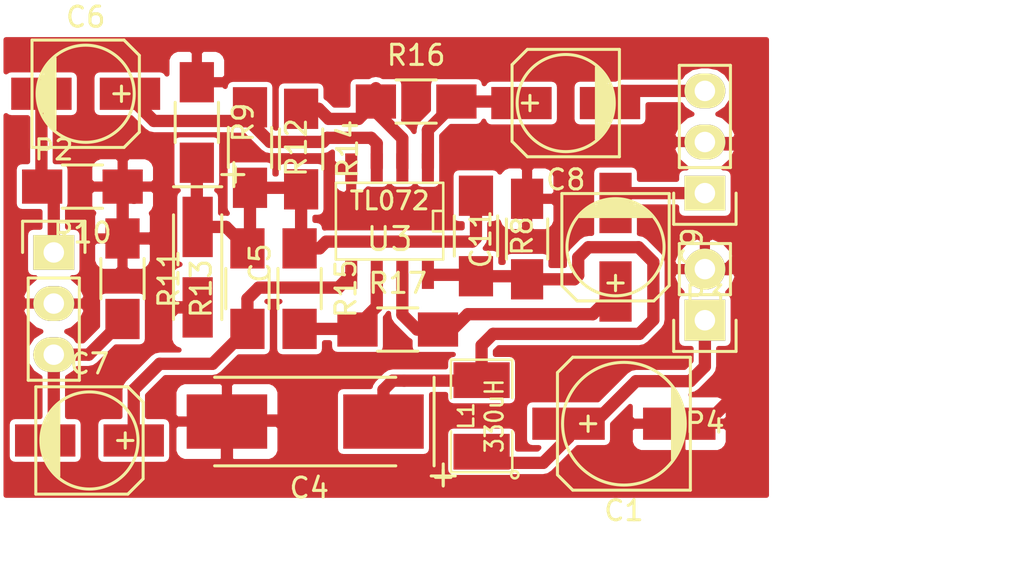
<source format=kicad_pcb>
(kicad_pcb (version 4) (host pcbnew 0.201511171411+6319~30~ubuntu14.04.1-product)

  (general
    (links 40)
    (no_connects 0)
    (area 0 0 0 0)
    (thickness 1.6002)
    (drawings 2)
    (tracks 157)
    (zones 0)
    (modules 23)
    (nets 15)
  )

  (page A4)
  (title_block
    (date "7 feb 2014")
  )

  (layers
    (0 Front signal)
    (31 Back signal)
    (32 B.Adhes user)
    (33 F.Adhes user)
    (34 B.Paste user)
    (35 F.Paste user)
    (36 B.SilkS user)
    (37 F.SilkS user)
    (38 B.Mask user)
    (39 F.Mask user)
    (40 Dwgs.User user)
    (41 Cmts.User user)
    (42 Eco1.User user)
    (43 Eco2.User user)
    (44 Edge.Cuts user)
  )

  (setup
    (last_trace_width 0.6096)
    (trace_clearance 0.254)
    (zone_clearance 0.254)
    (zone_45_only yes)
    (trace_min 0.2032)
    (segment_width 0.381)
    (edge_width 0.381)
    (via_size 0.889)
    (via_drill 0.635)
    (via_min_size 0.889)
    (via_min_drill 0.508)
    (uvia_size 0.508)
    (uvia_drill 0.127)
    (uvias_allowed no)
    (uvia_min_size 0.508)
    (uvia_min_drill 0.127)
    (pcb_text_width 0.3048)
    (pcb_text_size 1.524 2.032)
    (mod_edge_width 0.381)
    (mod_text_size 1.524 1.524)
    (mod_text_width 0.3048)
    (pad_size 1.99898 1.99898)
    (pad_drill 0.8128)
    (pad_to_mask_clearance 0.254)
    (aux_axis_origin 0 0)
    (grid_origin 125.984 85.852)
    (visible_elements FFFEFF7F)
    (pcbplotparams
      (layerselection 0x00030_80000001)
      (usegerberextensions true)
      (excludeedgelayer true)
      (linewidth 0.150000)
      (plotframeref false)
      (viasonmask false)
      (mode 1)
      (useauxorigin false)
      (hpglpennumber 1)
      (hpglpenspeed 20)
      (hpglpendiameter 15)
      (hpglpenoverlay 0)
      (psnegative false)
      (psa4output false)
      (plotreference true)
      (plotvalue true)
      (plotinvisibletext false)
      (padsonsilk false)
      (subtractmaskfromsilk false)
      (outputformat 1)
      (mirror false)
      (drillshape 1)
      (scaleselection 1)
      (outputdirectory /home/nail/tmp/))
  )

  (net 0 "")
  (net 1 +12V)
  (net 2 AGND)
  (net 3 left_in)
  (net 4 left_out)
  (net 5 right_in)
  (net 6 right_out)
  (net 7 /12V_filtered)
  (net 8 /virtual_gnd)
  (net 9 "Net-(C8-Pad1)")
  (net 10 "Net-(C9-Pad1)")
  (net 11 "Net-(R14-Pad1)")
  (net 12 "Net-(R15-Pad2)")
  (net 13 "Net-(C6-Pad1)")
  (net 14 "Net-(C7-Pad1)")

  (net_class Default "This is the default net class."
    (clearance 0.254)
    (trace_width 0.6096)
    (via_dia 0.889)
    (via_drill 0.635)
    (uvia_dia 0.508)
    (uvia_drill 0.127)
    (add_net +12V)
    (add_net /12V_filtered)
    (add_net /virtual_gnd)
    (add_net AGND)
    (add_net "Net-(C6-Pad1)")
    (add_net "Net-(C7-Pad1)")
    (add_net "Net-(C8-Pad1)")
    (add_net "Net-(C9-Pad1)")
    (add_net "Net-(R14-Pad1)")
    (add_net "Net-(R15-Pad2)")
    (add_net left_in)
    (add_net left_out)
    (add_net right_in)
    (add_net right_out)
  )

  (net_class GND ""
    (clearance 0.254)
    (trace_width 1.39192)
    (via_dia 0.889)
    (via_drill 0.635)
    (uvia_dia 0.508)
    (uvia_drill 0.127)
  )

  (module SO8E (layer Front) (tedit 4F33A5C7) (tstamp 52D3EDCE)
    (at 201.3712 129.6924 180)
    (descr "module CMS SOJ 8 pins etroit")
    (tags "CMS SOJ")
    (path /52D3B907)
    (attr smd)
    (fp_text reference U3 (at 0 -0.889 180) (layer F.SilkS)
      (effects (font (size 1.143 1.143) (thickness 0.1524)))
    )
    (fp_text value TL072 (at 0 1.016 180) (layer F.SilkS)
      (effects (font (size 0.889 0.889) (thickness 0.1524)))
    )
    (fp_line (start -2.667 1.778) (end -2.667 1.905) (layer F.SilkS) (width 0.127))
    (fp_line (start -2.667 1.905) (end 2.667 1.905) (layer F.SilkS) (width 0.127))
    (fp_line (start 2.667 -1.905) (end -2.667 -1.905) (layer F.SilkS) (width 0.127))
    (fp_line (start -2.667 -1.905) (end -2.667 1.778) (layer F.SilkS) (width 0.127))
    (fp_line (start -2.667 -0.508) (end -2.159 -0.508) (layer F.SilkS) (width 0.127))
    (fp_line (start -2.159 -0.508) (end -2.159 0.508) (layer F.SilkS) (width 0.127))
    (fp_line (start -2.159 0.508) (end -2.667 0.508) (layer F.SilkS) (width 0.127))
    (fp_line (start 2.667 -1.905) (end 2.667 1.905) (layer F.SilkS) (width 0.127))
    (pad 8 smd rect (at -1.905 -2.667 180) (size 0.59944 1.39954) (layers Front F.Paste F.Mask)
      (net 7 /12V_filtered))
    (pad 1 smd rect (at -1.905 2.667 180) (size 0.59944 1.39954) (layers Front F.Paste F.Mask)
      (net 9 "Net-(C8-Pad1)"))
    (pad 7 smd rect (at -0.635 -2.667 180) (size 0.59944 1.39954) (layers Front F.Paste F.Mask)
      (net 10 "Net-(C9-Pad1)"))
    (pad 6 smd rect (at 0.635 -2.667 180) (size 0.59944 1.39954) (layers Front F.Paste F.Mask)
      (net 12 "Net-(R15-Pad2)"))
    (pad 5 smd rect (at 1.905 -2.667 180) (size 0.59944 1.39954) (layers Front F.Paste F.Mask)
      (net 14 "Net-(C7-Pad1)"))
    (pad 2 smd rect (at -0.635 2.667 180) (size 0.59944 1.39954) (layers Front F.Paste F.Mask)
      (net 11 "Net-(R14-Pad1)"))
    (pad 3 smd rect (at 0.635 2.667 180) (size 0.59944 1.39954) (layers Front F.Paste F.Mask)
      (net 13 "Net-(C6-Pad1)"))
    (pad 4 smd rect (at 1.905 2.667 180) (size 0.59944 1.39954) (layers Front F.Paste F.Mask)
      (net 2 AGND))
    (model smd/cms_so8.wrl
      (at (xyz 0 0 0))
      (scale (xyz 0.5 0.32 0.5))
      (rotate (xyz 0 0 0))
    )
  )

  (module SM1210L (layer Front) (tedit 52E935CD) (tstamp 52E77824)
    (at 205.9432 139.3698 90)
    (tags "CMS SM")
    (path /52E771D7)
    (attr smd)
    (fp_text reference L1 (at 0 -0.762 90) (layer F.SilkS)
      (effects (font (size 0.762 0.762) (thickness 0.127)))
    )
    (fp_text value 330uH (at 0 0.635 90) (layer F.SilkS)
      (effects (font (size 0.889 0.762) (thickness 0.127)))
    )
    (fp_circle (center -2.921 1.651) (end -2.794 1.524) (layer F.SilkS) (width 0.127))
    (fp_line (start 0.889 1.524) (end 2.794 1.524) (layer F.SilkS) (width 0.127))
    (fp_line (start 2.794 1.524) (end 2.794 -1.524) (layer F.SilkS) (width 0.127))
    (fp_line (start 2.794 -1.524) (end 0.889 -1.524) (layer F.SilkS) (width 0.127))
    (fp_line (start -0.762 -1.524) (end -2.794 -1.524) (layer F.SilkS) (width 0.127))
    (fp_line (start -2.794 -1.524) (end -2.794 1.524) (layer F.SilkS) (width 0.127))
    (fp_line (start -2.794 1.524) (end -0.762 1.524) (layer F.SilkS) (width 0.127))
    (pad 1 smd rect (at -1.778 0 90) (size 1.778 2.794) (layers Front F.Paste F.Mask)
      (net 1 +12V))
    (pad 2 smd rect (at 1.778 0 90) (size 1.778 2.794) (layers Front F.Paste F.Mask)
      (net 7 /12V_filtered))
    (model smd/chip_cms.wrl
      (at (xyz 0 0 0))
      (scale (xyz 0.2 0.2 0.2))
      (rotate (xyz 0 0 0))
    )
  )

  (module Capacitors_SMD:c_elec_6.3x7.7 (layer Front) (tedit 556FDD06) (tstamp 560E405A)
    (at 213.01456 139.75588 180)
    (descr "SMT capacitor, aluminium electrolytic, 6.3x7.7")
    (path /52E771C6)
    (attr smd)
    (fp_text reference C1 (at 0 -4.318 180) (layer F.SilkS)
      (effects (font (size 1 1) (thickness 0.15)))
    )
    (fp_text value 100m/25V (at 0 4.318 180) (layer F.Fab)
      (effects (font (size 1 1) (thickness 0.15)))
    )
    (fp_line (start -4.85 -3.55) (end 4.85 -3.55) (layer F.CrtYd) (width 0.05))
    (fp_line (start 4.85 -3.55) (end 4.85 3.55) (layer F.CrtYd) (width 0.05))
    (fp_line (start 4.85 3.55) (end -4.85 3.55) (layer F.CrtYd) (width 0.05))
    (fp_line (start -4.85 3.55) (end -4.85 -3.55) (layer F.CrtYd) (width 0.05))
    (fp_line (start -2.921 -0.762) (end -2.921 0.762) (layer F.SilkS) (width 0.15))
    (fp_line (start -2.794 1.143) (end -2.794 -1.143) (layer F.SilkS) (width 0.15))
    (fp_line (start -2.667 -1.397) (end -2.667 1.397) (layer F.SilkS) (width 0.15))
    (fp_line (start -2.54 1.651) (end -2.54 -1.651) (layer F.SilkS) (width 0.15))
    (fp_line (start -2.413 -1.778) (end -2.413 1.778) (layer F.SilkS) (width 0.15))
    (fp_line (start -3.302 -3.302) (end -3.302 3.302) (layer F.SilkS) (width 0.15))
    (fp_line (start -3.302 3.302) (end 2.54 3.302) (layer F.SilkS) (width 0.15))
    (fp_line (start 2.54 3.302) (end 3.302 2.54) (layer F.SilkS) (width 0.15))
    (fp_line (start 3.302 2.54) (end 3.302 -2.54) (layer F.SilkS) (width 0.15))
    (fp_line (start 3.302 -2.54) (end 2.54 -3.302) (layer F.SilkS) (width 0.15))
    (fp_line (start 2.54 -3.302) (end -3.302 -3.302) (layer F.SilkS) (width 0.15))
    (fp_line (start 2.159 0) (end 1.397 0) (layer F.SilkS) (width 0.15))
    (fp_line (start 1.778 -0.381) (end 1.778 0.381) (layer F.SilkS) (width 0.15))
    (fp_circle (center 0 0) (end -3.048 0) (layer F.SilkS) (width 0.15))
    (pad 1 smd rect (at 2.75082 0 180) (size 3.59918 1.6002) (layers Front F.Paste F.Mask)
      (net 1 +12V))
    (pad 2 smd rect (at -2.75082 0 180) (size 3.59918 1.6002) (layers Front F.Paste F.Mask)
      (net 2 AGND))
    (model Capacitors_SMD.3dshapes/c_elec_6.3x7.7.wrl
      (at (xyz 0 0 0))
      (scale (xyz 1 1 1))
      (rotate (xyz 0 0 0))
    )
  )

  (module Capacitors_Tantalum_SMD:TantalC_SizeD_EIA-7343_HandSoldering (layer Front) (tedit 0) (tstamp 560E4088)
    (at 197.1802 139.6492 180)
    (descr "Tantal Cap. , Size D, EIA-7343, Hand Soldering,")
    (tags "Tantal Cap. , Size D, EIA-7343, Hand Soldering,")
    (path /52E56B09)
    (attr smd)
    (fp_text reference C4 (at -0.20066 -3.29946 180) (layer F.SilkS)
      (effects (font (size 1 1) (thickness 0.15)))
    )
    (fp_text value 47m/25V (at -0.09906 3.59918 180) (layer F.Fab)
      (effects (font (size 1 1) (thickness 0.15)))
    )
    (fp_line (start -6.40334 -2.19964) (end -6.40334 2.19964) (layer F.SilkS) (width 0.15))
    (fp_line (start -4.50088 2.19964) (end 4.50088 2.19964) (layer F.SilkS) (width 0.15))
    (fp_line (start 4.50088 -2.19964) (end -4.50088 -2.19964) (layer F.SilkS) (width 0.15))
    (fp_text user + (at -6.85546 -2.70002 180) (layer F.SilkS)
      (effects (font (size 1 1) (thickness 0.15)))
    )
    (fp_line (start -6.858 -3.20294) (end -6.858 -2.10312) (layer F.SilkS) (width 0.15))
    (fp_line (start -7.45744 -2.70256) (end -6.25856 -2.70256) (layer F.SilkS) (width 0.15))
    (pad 2 smd rect (at 3.88874 0 180) (size 4.0005 2.70002) (layers Front F.Paste F.Mask)
      (net 2 AGND))
    (pad 1 smd rect (at -3.88874 0 180) (size 4.0005 2.70002) (layers Front F.Paste F.Mask)
      (net 7 /12V_filtered))
    (model Capacitors_Tantalum_SMD.3dshapes/TantalC_SizeD_EIA-7343_HandSoldering.wrl
      (at (xyz 0 0 0))
      (scale (xyz 1 1 1))
      (rotate (xyz 0 0 180))
    )
  )

  (module Capacitors_Tantalum_SMD:TantalC_SizeA_EIA-3216_HandSoldering (layer Front) (tedit 0) (tstamp 560E4093)
    (at 191.83604 131.9784 270)
    (descr "Tantal Cap. , Size A, EIA-3216, Hand Soldering,")
    (tags "Tantal Cap. , Size A, EIA-3216, Hand Soldering,")
    (path /52D3D19D)
    (attr smd)
    (fp_text reference C5 (at -0.20066 -3.0988 270) (layer F.SilkS)
      (effects (font (size 1 1) (thickness 0.15)))
    )
    (fp_text value 2m2/16V (at -0.09906 3.0988 270) (layer F.Fab)
      (effects (font (size 1 1) (thickness 0.15)))
    )
    (fp_text user + (at -4.59994 -1.80086 270) (layer F.SilkS)
      (effects (font (size 1 1) (thickness 0.15)))
    )
    (fp_line (start -2.60096 1.19888) (end 2.60096 1.19888) (layer F.SilkS) (width 0.15))
    (fp_line (start 2.60096 -1.19888) (end -2.60096 -1.19888) (layer F.SilkS) (width 0.15))
    (fp_line (start -4.59994 -2.2987) (end -4.59994 -1.19888) (layer F.SilkS) (width 0.15))
    (fp_line (start -5.19938 -1.79832) (end -4.0005 -1.79832) (layer F.SilkS) (width 0.15))
    (fp_line (start -3.99542 -1.19888) (end -3.99542 1.19888) (layer F.SilkS) (width 0.15))
    (pad 2 smd rect (at 1.99898 0 270) (size 2.99974 1.50114) (layers Front F.Paste F.Mask)
      (net 2 AGND))
    (pad 1 smd rect (at -1.99898 0 270) (size 2.99974 1.50114) (layers Front F.Paste F.Mask)
      (net 8 /virtual_gnd))
    (model Capacitors_Tantalum_SMD.3dshapes/TantalC_SizeA_EIA-3216_HandSoldering.wrl
      (at (xyz 0 0 0))
      (scale (xyz 1 1 1))
      (rotate (xyz 0 0 180))
    )
  )

  (module Capacitors_SMD:c_elec_5x5.8 (layer Front) (tedit 55725D48) (tstamp 560E409E)
    (at 186.27344 123.36272)
    (descr "SMT capacitor, aluminium electrolytic, 5x5.8")
    (path /52D3C8BA)
    (attr smd)
    (fp_text reference C6 (at 0 -3.81) (layer F.SilkS)
      (effects (font (size 1 1) (thickness 0.15)))
    )
    (fp_text value 10m/16V (at 0 3.81) (layer F.Fab)
      (effects (font (size 1 1) (thickness 0.15)))
    )
    (fp_line (start -3.95 -3) (end 3.95 -3) (layer F.CrtYd) (width 0.05))
    (fp_line (start 3.95 -3) (end 3.95 3) (layer F.CrtYd) (width 0.05))
    (fp_line (start 3.95 3) (end -3.95 3) (layer F.CrtYd) (width 0.05))
    (fp_line (start -3.95 3) (end -3.95 -3) (layer F.CrtYd) (width 0.05))
    (fp_line (start -2.286 -0.635) (end -2.286 0.762) (layer F.SilkS) (width 0.15))
    (fp_line (start -2.159 -0.889) (end -2.159 0.889) (layer F.SilkS) (width 0.15))
    (fp_line (start -2.032 -1.27) (end -2.032 1.27) (layer F.SilkS) (width 0.15))
    (fp_line (start -1.905 1.397) (end -1.905 -1.397) (layer F.SilkS) (width 0.15))
    (fp_line (start -1.778 -1.524) (end -1.778 1.524) (layer F.SilkS) (width 0.15))
    (fp_line (start -1.651 1.651) (end -1.651 -1.651) (layer F.SilkS) (width 0.15))
    (fp_line (start -1.524 -1.778) (end -1.524 1.778) (layer F.SilkS) (width 0.15))
    (fp_line (start -2.667 -2.667) (end 1.905 -2.667) (layer F.SilkS) (width 0.15))
    (fp_line (start 1.905 -2.667) (end 2.667 -1.905) (layer F.SilkS) (width 0.15))
    (fp_line (start 2.667 -1.905) (end 2.667 1.905) (layer F.SilkS) (width 0.15))
    (fp_line (start 2.667 1.905) (end 1.905 2.667) (layer F.SilkS) (width 0.15))
    (fp_line (start 1.905 2.667) (end -2.667 2.667) (layer F.SilkS) (width 0.15))
    (fp_line (start -2.667 2.667) (end -2.667 -2.667) (layer F.SilkS) (width 0.15))
    (fp_line (start 2.159 0) (end 1.397 0) (layer F.SilkS) (width 0.15))
    (fp_line (start 1.778 -0.381) (end 1.778 0.381) (layer F.SilkS) (width 0.15))
    (fp_circle (center 0 0) (end -2.413 0) (layer F.SilkS) (width 0.15))
    (pad 1 smd rect (at 2.19964 0) (size 2.99974 1.6002) (layers Front F.Paste F.Mask)
      (net 13 "Net-(C6-Pad1)"))
    (pad 2 smd rect (at -2.19964 0) (size 2.99974 1.6002) (layers Front F.Paste F.Mask)
      (net 5 right_in))
    (model Capacitors_SMD.3dshapes/c_elec_5x5.8.wrl
      (at (xyz 0 0 0))
      (scale (xyz 1 1 1))
      (rotate (xyz 0 0 0))
    )
  )

  (module Capacitors_SMD:c_elec_5x5.8 (layer Front) (tedit 55725D48) (tstamp 560E40B7)
    (at 186.4614 140.589)
    (descr "SMT capacitor, aluminium electrolytic, 5x5.8")
    (path /52D3C91A)
    (attr smd)
    (fp_text reference C7 (at 0 -3.81) (layer F.SilkS)
      (effects (font (size 1 1) (thickness 0.15)))
    )
    (fp_text value 10m/16V (at 0 3.81) (layer F.Fab)
      (effects (font (size 1 1) (thickness 0.15)))
    )
    (fp_line (start -3.95 -3) (end 3.95 -3) (layer F.CrtYd) (width 0.05))
    (fp_line (start 3.95 -3) (end 3.95 3) (layer F.CrtYd) (width 0.05))
    (fp_line (start 3.95 3) (end -3.95 3) (layer F.CrtYd) (width 0.05))
    (fp_line (start -3.95 3) (end -3.95 -3) (layer F.CrtYd) (width 0.05))
    (fp_line (start -2.286 -0.635) (end -2.286 0.762) (layer F.SilkS) (width 0.15))
    (fp_line (start -2.159 -0.889) (end -2.159 0.889) (layer F.SilkS) (width 0.15))
    (fp_line (start -2.032 -1.27) (end -2.032 1.27) (layer F.SilkS) (width 0.15))
    (fp_line (start -1.905 1.397) (end -1.905 -1.397) (layer F.SilkS) (width 0.15))
    (fp_line (start -1.778 -1.524) (end -1.778 1.524) (layer F.SilkS) (width 0.15))
    (fp_line (start -1.651 1.651) (end -1.651 -1.651) (layer F.SilkS) (width 0.15))
    (fp_line (start -1.524 -1.778) (end -1.524 1.778) (layer F.SilkS) (width 0.15))
    (fp_line (start -2.667 -2.667) (end 1.905 -2.667) (layer F.SilkS) (width 0.15))
    (fp_line (start 1.905 -2.667) (end 2.667 -1.905) (layer F.SilkS) (width 0.15))
    (fp_line (start 2.667 -1.905) (end 2.667 1.905) (layer F.SilkS) (width 0.15))
    (fp_line (start 2.667 1.905) (end 1.905 2.667) (layer F.SilkS) (width 0.15))
    (fp_line (start 1.905 2.667) (end -2.667 2.667) (layer F.SilkS) (width 0.15))
    (fp_line (start -2.667 2.667) (end -2.667 -2.667) (layer F.SilkS) (width 0.15))
    (fp_line (start 2.159 0) (end 1.397 0) (layer F.SilkS) (width 0.15))
    (fp_line (start 1.778 -0.381) (end 1.778 0.381) (layer F.SilkS) (width 0.15))
    (fp_circle (center 0 0) (end -2.413 0) (layer F.SilkS) (width 0.15))
    (pad 1 smd rect (at 2.19964 0) (size 2.99974 1.6002) (layers Front F.Paste F.Mask)
      (net 14 "Net-(C7-Pad1)"))
    (pad 2 smd rect (at -2.19964 0) (size 2.99974 1.6002) (layers Front F.Paste F.Mask)
      (net 3 left_in))
    (model Capacitors_SMD.3dshapes/c_elec_5x5.8.wrl
      (at (xyz 0 0 0))
      (scale (xyz 1 1 1))
      (rotate (xyz 0 0 0))
    )
  )

  (module Capacitors_SMD:c_elec_5x5.8 (layer Front) (tedit 55725D48) (tstamp 560E40D0)
    (at 210.12404 123.825 180)
    (descr "SMT capacitor, aluminium electrolytic, 5x5.8")
    (path /52D3D12D)
    (attr smd)
    (fp_text reference C8 (at 0 -3.81 180) (layer F.SilkS)
      (effects (font (size 1 1) (thickness 0.15)))
    )
    (fp_text value 47m/25V (at 0 3.81 180) (layer F.Fab)
      (effects (font (size 1 1) (thickness 0.15)))
    )
    (fp_line (start -3.95 -3) (end 3.95 -3) (layer F.CrtYd) (width 0.05))
    (fp_line (start 3.95 -3) (end 3.95 3) (layer F.CrtYd) (width 0.05))
    (fp_line (start 3.95 3) (end -3.95 3) (layer F.CrtYd) (width 0.05))
    (fp_line (start -3.95 3) (end -3.95 -3) (layer F.CrtYd) (width 0.05))
    (fp_line (start -2.286 -0.635) (end -2.286 0.762) (layer F.SilkS) (width 0.15))
    (fp_line (start -2.159 -0.889) (end -2.159 0.889) (layer F.SilkS) (width 0.15))
    (fp_line (start -2.032 -1.27) (end -2.032 1.27) (layer F.SilkS) (width 0.15))
    (fp_line (start -1.905 1.397) (end -1.905 -1.397) (layer F.SilkS) (width 0.15))
    (fp_line (start -1.778 -1.524) (end -1.778 1.524) (layer F.SilkS) (width 0.15))
    (fp_line (start -1.651 1.651) (end -1.651 -1.651) (layer F.SilkS) (width 0.15))
    (fp_line (start -1.524 -1.778) (end -1.524 1.778) (layer F.SilkS) (width 0.15))
    (fp_line (start -2.667 -2.667) (end 1.905 -2.667) (layer F.SilkS) (width 0.15))
    (fp_line (start 1.905 -2.667) (end 2.667 -1.905) (layer F.SilkS) (width 0.15))
    (fp_line (start 2.667 -1.905) (end 2.667 1.905) (layer F.SilkS) (width 0.15))
    (fp_line (start 2.667 1.905) (end 1.905 2.667) (layer F.SilkS) (width 0.15))
    (fp_line (start 1.905 2.667) (end -2.667 2.667) (layer F.SilkS) (width 0.15))
    (fp_line (start -2.667 2.667) (end -2.667 -2.667) (layer F.SilkS) (width 0.15))
    (fp_line (start 2.159 0) (end 1.397 0) (layer F.SilkS) (width 0.15))
    (fp_line (start 1.778 -0.381) (end 1.778 0.381) (layer F.SilkS) (width 0.15))
    (fp_circle (center 0 0) (end -2.413 0) (layer F.SilkS) (width 0.15))
    (pad 1 smd rect (at 2.19964 0 180) (size 2.99974 1.6002) (layers Front F.Paste F.Mask)
      (net 9 "Net-(C8-Pad1)"))
    (pad 2 smd rect (at -2.19964 0 180) (size 2.99974 1.6002) (layers Front F.Paste F.Mask)
      (net 6 right_out))
    (model Capacitors_SMD.3dshapes/c_elec_5x5.8.wrl
      (at (xyz 0 0 0))
      (scale (xyz 1 1 1))
      (rotate (xyz 0 0 0))
    )
  )

  (module Capacitors_SMD:c_elec_5x5.8 (layer Front) (tedit 55725D48) (tstamp 560E40E9)
    (at 212.598 130.9878 270)
    (descr "SMT capacitor, aluminium electrolytic, 5x5.8")
    (path /52D3D123)
    (attr smd)
    (fp_text reference C9 (at 0 -3.81 270) (layer F.SilkS)
      (effects (font (size 1 1) (thickness 0.15)))
    )
    (fp_text value 47m/25V (at 0 3.81 270) (layer F.Fab)
      (effects (font (size 1 1) (thickness 0.15)))
    )
    (fp_line (start -3.95 -3) (end 3.95 -3) (layer F.CrtYd) (width 0.05))
    (fp_line (start 3.95 -3) (end 3.95 3) (layer F.CrtYd) (width 0.05))
    (fp_line (start 3.95 3) (end -3.95 3) (layer F.CrtYd) (width 0.05))
    (fp_line (start -3.95 3) (end -3.95 -3) (layer F.CrtYd) (width 0.05))
    (fp_line (start -2.286 -0.635) (end -2.286 0.762) (layer F.SilkS) (width 0.15))
    (fp_line (start -2.159 -0.889) (end -2.159 0.889) (layer F.SilkS) (width 0.15))
    (fp_line (start -2.032 -1.27) (end -2.032 1.27) (layer F.SilkS) (width 0.15))
    (fp_line (start -1.905 1.397) (end -1.905 -1.397) (layer F.SilkS) (width 0.15))
    (fp_line (start -1.778 -1.524) (end -1.778 1.524) (layer F.SilkS) (width 0.15))
    (fp_line (start -1.651 1.651) (end -1.651 -1.651) (layer F.SilkS) (width 0.15))
    (fp_line (start -1.524 -1.778) (end -1.524 1.778) (layer F.SilkS) (width 0.15))
    (fp_line (start -2.667 -2.667) (end 1.905 -2.667) (layer F.SilkS) (width 0.15))
    (fp_line (start 1.905 -2.667) (end 2.667 -1.905) (layer F.SilkS) (width 0.15))
    (fp_line (start 2.667 -1.905) (end 2.667 1.905) (layer F.SilkS) (width 0.15))
    (fp_line (start 2.667 1.905) (end 1.905 2.667) (layer F.SilkS) (width 0.15))
    (fp_line (start 1.905 2.667) (end -2.667 2.667) (layer F.SilkS) (width 0.15))
    (fp_line (start -2.667 2.667) (end -2.667 -2.667) (layer F.SilkS) (width 0.15))
    (fp_line (start 2.159 0) (end 1.397 0) (layer F.SilkS) (width 0.15))
    (fp_line (start 1.778 -0.381) (end 1.778 0.381) (layer F.SilkS) (width 0.15))
    (fp_circle (center 0 0) (end -2.413 0) (layer F.SilkS) (width 0.15))
    (pad 1 smd rect (at 2.19964 0 270) (size 2.99974 1.6002) (layers Front F.Paste F.Mask)
      (net 10 "Net-(C9-Pad1)"))
    (pad 2 smd rect (at -2.19964 0 270) (size 2.99974 1.6002) (layers Front F.Paste F.Mask)
      (net 4 left_out))
    (model Capacitors_SMD.3dshapes/c_elec_5x5.8.wrl
      (at (xyz 0 0 0))
      (scale (xyz 1 1 1))
      (rotate (xyz 0 0 0))
    )
  )

  (module Capacitors_SMD:C_1206_HandSoldering (layer Front) (tedit 541A9C03) (tstamp 560E4102)
    (at 208.2038 130.5814 90)
    (descr "Capacitor SMD 1206, hand soldering")
    (tags "capacitor 1206")
    (path /52E79ACE)
    (attr smd)
    (fp_text reference C11 (at 0 -2.3 90) (layer F.SilkS)
      (effects (font (size 1 1) (thickness 0.15)))
    )
    (fp_text value 100n (at 0 2.3 90) (layer F.Fab)
      (effects (font (size 1 1) (thickness 0.15)))
    )
    (fp_line (start -3.3 -1.15) (end 3.3 -1.15) (layer F.CrtYd) (width 0.05))
    (fp_line (start -3.3 1.15) (end 3.3 1.15) (layer F.CrtYd) (width 0.05))
    (fp_line (start -3.3 -1.15) (end -3.3 1.15) (layer F.CrtYd) (width 0.05))
    (fp_line (start 3.3 -1.15) (end 3.3 1.15) (layer F.CrtYd) (width 0.05))
    (fp_line (start 1 -1.025) (end -1 -1.025) (layer F.SilkS) (width 0.15))
    (fp_line (start -1 1.025) (end 1 1.025) (layer F.SilkS) (width 0.15))
    (pad 1 smd rect (at -2 0 90) (size 2 1.6) (layers Front F.Paste F.Mask)
      (net 7 /12V_filtered))
    (pad 2 smd rect (at 2 0 90) (size 2 1.6) (layers Front F.Paste F.Mask)
      (net 2 AGND))
    (model Capacitors_SMD.3dshapes/C_1206_HandSoldering.wrl
      (at (xyz 0 0 0))
      (scale (xyz 1 1 1))
      (rotate (xyz 0 0 0))
    )
  )

  (module Resistors_SMD:R_1206_HandSoldering (layer Front) (tedit 5418A20D) (tstamp 560E4139)
    (at 205.6638 130.429 270)
    (descr "Resistor SMD 1206, hand soldering")
    (tags "resistor 1206")
    (path /52D3D16C)
    (attr smd)
    (fp_text reference R8 (at 0 -2.3 270) (layer F.SilkS)
      (effects (font (size 1 1) (thickness 0.15)))
    )
    (fp_text value 10k (at 0 2.3 270) (layer F.Fab)
      (effects (font (size 1 1) (thickness 0.15)))
    )
    (fp_line (start -3.3 -1.2) (end 3.3 -1.2) (layer F.CrtYd) (width 0.05))
    (fp_line (start -3.3 1.2) (end 3.3 1.2) (layer F.CrtYd) (width 0.05))
    (fp_line (start -3.3 -1.2) (end -3.3 1.2) (layer F.CrtYd) (width 0.05))
    (fp_line (start 3.3 -1.2) (end 3.3 1.2) (layer F.CrtYd) (width 0.05))
    (fp_line (start 1 1.075) (end -1 1.075) (layer F.SilkS) (width 0.15))
    (fp_line (start -1 -1.075) (end 1 -1.075) (layer F.SilkS) (width 0.15))
    (pad 1 smd rect (at -2 0 270) (size 2 1.7) (layers Front F.Paste F.Mask)
      (net 8 /virtual_gnd))
    (pad 2 smd rect (at 2 0 270) (size 2 1.7) (layers Front F.Paste F.Mask)
      (net 7 /12V_filtered))
    (model Resistors_SMD.3dshapes/R_1206_HandSoldering.wrl
      (at (xyz 0 0 0))
      (scale (xyz 1 1 1))
      (rotate (xyz 0 0 0))
    )
  )

  (module Resistors_SMD:R_1206_HandSoldering (layer Front) (tedit 5418A20D) (tstamp 560E4144)
    (at 191.7954 124.7902 270)
    (descr "Resistor SMD 1206, hand soldering")
    (tags "resistor 1206")
    (path /52D3D170)
    (attr smd)
    (fp_text reference R9 (at 0 -2.3 270) (layer F.SilkS)
      (effects (font (size 1 1) (thickness 0.15)))
    )
    (fp_text value 10k (at 0 2.3 270) (layer F.Fab)
      (effects (font (size 1 1) (thickness 0.15)))
    )
    (fp_line (start -3.3 -1.2) (end 3.3 -1.2) (layer F.CrtYd) (width 0.05))
    (fp_line (start -3.3 1.2) (end 3.3 1.2) (layer F.CrtYd) (width 0.05))
    (fp_line (start -3.3 -1.2) (end -3.3 1.2) (layer F.CrtYd) (width 0.05))
    (fp_line (start 3.3 -1.2) (end 3.3 1.2) (layer F.CrtYd) (width 0.05))
    (fp_line (start 1 1.075) (end -1 1.075) (layer F.SilkS) (width 0.15))
    (fp_line (start -1 -1.075) (end 1 -1.075) (layer F.SilkS) (width 0.15))
    (pad 1 smd rect (at -2 0 270) (size 2 1.7) (layers Front F.Paste F.Mask)
      (net 2 AGND))
    (pad 2 smd rect (at 2 0 270) (size 2 1.7) (layers Front F.Paste F.Mask)
      (net 8 /virtual_gnd))
    (model Resistors_SMD.3dshapes/R_1206_HandSoldering.wrl
      (at (xyz 0 0 0))
      (scale (xyz 1 1 1))
      (rotate (xyz 0 0 0))
    )
  )

  (module Resistors_SMD:R_1206_HandSoldering (layer Front) (tedit 5418A20D) (tstamp 560E414F)
    (at 186.11088 127.97536 180)
    (descr "Resistor SMD 1206, hand soldering")
    (tags "resistor 1206")
    (path /52D3CF9C)
    (attr smd)
    (fp_text reference R10 (at 0 -2.3 180) (layer F.SilkS)
      (effects (font (size 1 1) (thickness 0.15)))
    )
    (fp_text value 10k (at 0 2.3 180) (layer F.Fab)
      (effects (font (size 1 1) (thickness 0.15)))
    )
    (fp_line (start -3.3 -1.2) (end 3.3 -1.2) (layer F.CrtYd) (width 0.05))
    (fp_line (start -3.3 1.2) (end 3.3 1.2) (layer F.CrtYd) (width 0.05))
    (fp_line (start -3.3 -1.2) (end -3.3 1.2) (layer F.CrtYd) (width 0.05))
    (fp_line (start 3.3 -1.2) (end 3.3 1.2) (layer F.CrtYd) (width 0.05))
    (fp_line (start 1 1.075) (end -1 1.075) (layer F.SilkS) (width 0.15))
    (fp_line (start -1 -1.075) (end 1 -1.075) (layer F.SilkS) (width 0.15))
    (pad 1 smd rect (at -2 0 180) (size 2 1.7) (layers Front F.Paste F.Mask)
      (net 2 AGND))
    (pad 2 smd rect (at 2 0 180) (size 2 1.7) (layers Front F.Paste F.Mask)
      (net 5 right_in))
    (model Resistors_SMD.3dshapes/R_1206_HandSoldering.wrl
      (at (xyz 0 0 0))
      (scale (xyz 1 1 1))
      (rotate (xyz 0 0 0))
    )
  )

  (module Resistors_SMD:R_1206_HandSoldering (layer Front) (tedit 5418A20D) (tstamp 560E415A)
    (at 188.10224 132.55244 270)
    (descr "Resistor SMD 1206, hand soldering")
    (tags "resistor 1206")
    (path /52D3CF9F)
    (attr smd)
    (fp_text reference R11 (at 0 -2.3 270) (layer F.SilkS)
      (effects (font (size 1 1) (thickness 0.15)))
    )
    (fp_text value 10k (at 0 2.3 270) (layer F.Fab)
      (effects (font (size 1 1) (thickness 0.15)))
    )
    (fp_line (start -3.3 -1.2) (end 3.3 -1.2) (layer F.CrtYd) (width 0.05))
    (fp_line (start -3.3 1.2) (end 3.3 1.2) (layer F.CrtYd) (width 0.05))
    (fp_line (start -3.3 -1.2) (end -3.3 1.2) (layer F.CrtYd) (width 0.05))
    (fp_line (start 3.3 -1.2) (end 3.3 1.2) (layer F.CrtYd) (width 0.05))
    (fp_line (start 1 1.075) (end -1 1.075) (layer F.SilkS) (width 0.15))
    (fp_line (start -1 -1.075) (end 1 -1.075) (layer F.SilkS) (width 0.15))
    (pad 1 smd rect (at -2 0 270) (size 2 1.7) (layers Front F.Paste F.Mask)
      (net 2 AGND))
    (pad 2 smd rect (at 2 0 270) (size 2 1.7) (layers Front F.Paste F.Mask)
      (net 3 left_in))
    (model Resistors_SMD.3dshapes/R_1206_HandSoldering.wrl
      (at (xyz 0 0 0))
      (scale (xyz 1 1 1))
      (rotate (xyz 0 0 0))
    )
  )

  (module Resistors_SMD:R_1206_HandSoldering (layer Front) (tedit 5418A20D) (tstamp 560E4165)
    (at 194.437 126.0348 270)
    (descr "Resistor SMD 1206, hand soldering")
    (tags "resistor 1206")
    (path /52D3CF88)
    (attr smd)
    (fp_text reference R12 (at 0 -2.3 270) (layer F.SilkS)
      (effects (font (size 1 1) (thickness 0.15)))
    )
    (fp_text value 100k (at 0 2.3 270) (layer F.Fab)
      (effects (font (size 1 1) (thickness 0.15)))
    )
    (fp_line (start -3.3 -1.2) (end 3.3 -1.2) (layer F.CrtYd) (width 0.05))
    (fp_line (start -3.3 1.2) (end 3.3 1.2) (layer F.CrtYd) (width 0.05))
    (fp_line (start -3.3 -1.2) (end -3.3 1.2) (layer F.CrtYd) (width 0.05))
    (fp_line (start 3.3 -1.2) (end 3.3 1.2) (layer F.CrtYd) (width 0.05))
    (fp_line (start 1 1.075) (end -1 1.075) (layer F.SilkS) (width 0.15))
    (fp_line (start -1 -1.075) (end 1 -1.075) (layer F.SilkS) (width 0.15))
    (pad 1 smd rect (at -2 0 270) (size 2 1.7) (layers Front F.Paste F.Mask)
      (net 13 "Net-(C6-Pad1)"))
    (pad 2 smd rect (at 2 0 270) (size 2 1.7) (layers Front F.Paste F.Mask)
      (net 8 /virtual_gnd))
    (model Resistors_SMD.3dshapes/R_1206_HandSoldering.wrl
      (at (xyz 0 0 0))
      (scale (xyz 1 1 1))
      (rotate (xyz 0 0 0))
    )
  )

  (module Resistors_SMD:R_1206_HandSoldering (layer Front) (tedit 5418A20D) (tstamp 560E4170)
    (at 194.31 133.0452 90)
    (descr "Resistor SMD 1206, hand soldering")
    (tags "resistor 1206")
    (path /52D3CF91)
    (attr smd)
    (fp_text reference R13 (at 0 -2.3 90) (layer F.SilkS)
      (effects (font (size 1 1) (thickness 0.15)))
    )
    (fp_text value 100k (at 0 2.3 90) (layer F.Fab)
      (effects (font (size 1 1) (thickness 0.15)))
    )
    (fp_line (start -3.3 -1.2) (end 3.3 -1.2) (layer F.CrtYd) (width 0.05))
    (fp_line (start -3.3 1.2) (end 3.3 1.2) (layer F.CrtYd) (width 0.05))
    (fp_line (start -3.3 -1.2) (end -3.3 1.2) (layer F.CrtYd) (width 0.05))
    (fp_line (start 3.3 -1.2) (end 3.3 1.2) (layer F.CrtYd) (width 0.05))
    (fp_line (start 1 1.075) (end -1 1.075) (layer F.SilkS) (width 0.15))
    (fp_line (start -1 -1.075) (end 1 -1.075) (layer F.SilkS) (width 0.15))
    (pad 1 smd rect (at -2 0 90) (size 2 1.7) (layers Front F.Paste F.Mask)
      (net 14 "Net-(C7-Pad1)"))
    (pad 2 smd rect (at 2 0 90) (size 2 1.7) (layers Front F.Paste F.Mask)
      (net 8 /virtual_gnd))
    (model Resistors_SMD.3dshapes/R_1206_HandSoldering.wrl
      (at (xyz 0 0 0))
      (scale (xyz 1 1 1))
      (rotate (xyz 0 0 0))
    )
  )

  (module Resistors_SMD:R_1206_HandSoldering (layer Front) (tedit 5418A20D) (tstamp 560E417B)
    (at 196.977 126.111 270)
    (descr "Resistor SMD 1206, hand soldering")
    (tags "resistor 1206")
    (path /52D3CE47)
    (attr smd)
    (fp_text reference R14 (at 0 -2.3 270) (layer F.SilkS)
      (effects (font (size 1 1) (thickness 0.15)))
    )
    (fp_text value 330k (at 0 2.3 270) (layer F.Fab)
      (effects (font (size 1 1) (thickness 0.15)))
    )
    (fp_line (start -3.3 -1.2) (end 3.3 -1.2) (layer F.CrtYd) (width 0.05))
    (fp_line (start -3.3 1.2) (end 3.3 1.2) (layer F.CrtYd) (width 0.05))
    (fp_line (start -3.3 -1.2) (end -3.3 1.2) (layer F.CrtYd) (width 0.05))
    (fp_line (start 3.3 -1.2) (end 3.3 1.2) (layer F.CrtYd) (width 0.05))
    (fp_line (start 1 1.075) (end -1 1.075) (layer F.SilkS) (width 0.15))
    (fp_line (start -1 -1.075) (end 1 -1.075) (layer F.SilkS) (width 0.15))
    (pad 1 smd rect (at -2 0 270) (size 2 1.7) (layers Front F.Paste F.Mask)
      (net 11 "Net-(R14-Pad1)"))
    (pad 2 smd rect (at 2 0 270) (size 2 1.7) (layers Front F.Paste F.Mask)
      (net 8 /virtual_gnd))
    (model Resistors_SMD.3dshapes/R_1206_HandSoldering.wrl
      (at (xyz 0 0 0))
      (scale (xyz 1 1 1))
      (rotate (xyz 0 0 0))
    )
  )

  (module Resistors_SMD:R_1206_HandSoldering (layer Front) (tedit 5418A20D) (tstamp 560E4186)
    (at 196.9008 133.0452 270)
    (descr "Resistor SMD 1206, hand soldering")
    (tags "resistor 1206")
    (path /52D3CE54)
    (attr smd)
    (fp_text reference R15 (at 0 -2.3 270) (layer F.SilkS)
      (effects (font (size 1 1) (thickness 0.15)))
    )
    (fp_text value 330k (at 0 2.3 270) (layer F.Fab)
      (effects (font (size 1 1) (thickness 0.15)))
    )
    (fp_line (start -3.3 -1.2) (end 3.3 -1.2) (layer F.CrtYd) (width 0.05))
    (fp_line (start -3.3 1.2) (end 3.3 1.2) (layer F.CrtYd) (width 0.05))
    (fp_line (start -3.3 -1.2) (end -3.3 1.2) (layer F.CrtYd) (width 0.05))
    (fp_line (start 3.3 -1.2) (end 3.3 1.2) (layer F.CrtYd) (width 0.05))
    (fp_line (start 1 1.075) (end -1 1.075) (layer F.SilkS) (width 0.15))
    (fp_line (start -1 -1.075) (end 1 -1.075) (layer F.SilkS) (width 0.15))
    (pad 1 smd rect (at -2 0 270) (size 2 1.7) (layers Front F.Paste F.Mask)
      (net 8 /virtual_gnd))
    (pad 2 smd rect (at 2 0 270) (size 2 1.7) (layers Front F.Paste F.Mask)
      (net 12 "Net-(R15-Pad2)"))
    (model Resistors_SMD.3dshapes/R_1206_HandSoldering.wrl
      (at (xyz 0 0 0))
      (scale (xyz 1 1 1))
      (rotate (xyz 0 0 0))
    )
  )

  (module Resistors_SMD:R_1206_HandSoldering (layer Front) (tedit 5418A20D) (tstamp 560E4191)
    (at 202.692 123.7488)
    (descr "Resistor SMD 1206, hand soldering")
    (tags "resistor 1206")
    (path /52D3CE2F)
    (attr smd)
    (fp_text reference R16 (at 0 -2.3) (layer F.SilkS)
      (effects (font (size 1 1) (thickness 0.15)))
    )
    (fp_text value 7M5 (at 0 2.3) (layer F.Fab)
      (effects (font (size 1 1) (thickness 0.15)))
    )
    (fp_line (start -3.3 -1.2) (end 3.3 -1.2) (layer F.CrtYd) (width 0.05))
    (fp_line (start -3.3 1.2) (end 3.3 1.2) (layer F.CrtYd) (width 0.05))
    (fp_line (start -3.3 -1.2) (end -3.3 1.2) (layer F.CrtYd) (width 0.05))
    (fp_line (start 3.3 -1.2) (end 3.3 1.2) (layer F.CrtYd) (width 0.05))
    (fp_line (start 1 1.075) (end -1 1.075) (layer F.SilkS) (width 0.15))
    (fp_line (start -1 -1.075) (end 1 -1.075) (layer F.SilkS) (width 0.15))
    (pad 1 smd rect (at -2 0) (size 2 1.7) (layers Front F.Paste F.Mask)
      (net 11 "Net-(R14-Pad1)"))
    (pad 2 smd rect (at 2 0) (size 2 1.7) (layers Front F.Paste F.Mask)
      (net 9 "Net-(C8-Pad1)"))
    (model Resistors_SMD.3dshapes/R_1206_HandSoldering.wrl
      (at (xyz 0 0 0))
      (scale (xyz 1 1 1))
      (rotate (xyz 0 0 0))
    )
  )

  (module Resistors_SMD:R_1206_HandSoldering (layer Front) (tedit 5418A20D) (tstamp 560E419C)
    (at 201.7776 135.0772)
    (descr "Resistor SMD 1206, hand soldering")
    (tags "resistor 1206")
    (path /52D3CE44)
    (attr smd)
    (fp_text reference R17 (at 0 -2.3) (layer F.SilkS)
      (effects (font (size 1 1) (thickness 0.15)))
    )
    (fp_text value 7M5 (at 0 2.3) (layer F.Fab)
      (effects (font (size 1 1) (thickness 0.15)))
    )
    (fp_line (start -3.3 -1.2) (end 3.3 -1.2) (layer F.CrtYd) (width 0.05))
    (fp_line (start -3.3 1.2) (end 3.3 1.2) (layer F.CrtYd) (width 0.05))
    (fp_line (start -3.3 -1.2) (end -3.3 1.2) (layer F.CrtYd) (width 0.05))
    (fp_line (start 3.3 -1.2) (end 3.3 1.2) (layer F.CrtYd) (width 0.05))
    (fp_line (start 1 1.075) (end -1 1.075) (layer F.SilkS) (width 0.15))
    (fp_line (start -1 -1.075) (end 1 -1.075) (layer F.SilkS) (width 0.15))
    (pad 1 smd rect (at -2 0) (size 2 1.7) (layers Front F.Paste F.Mask)
      (net 12 "Net-(R15-Pad2)"))
    (pad 2 smd rect (at 2 0) (size 2 1.7) (layers Front F.Paste F.Mask)
      (net 10 "Net-(C9-Pad1)"))
    (model Resistors_SMD.3dshapes/R_1206_HandSoldering.wrl
      (at (xyz 0 0 0))
      (scale (xyz 1 1 1))
      (rotate (xyz 0 0 0))
    )
  )

  (module Pin_Headers:Pin_Header_Straight_1x03 (layer Front) (tedit 0) (tstamp 560E65B3)
    (at 184.68848 131.24688)
    (descr "Through hole pin header")
    (tags "pin header")
    (path /54F9D9C9)
    (fp_text reference P2 (at 0 -5.1) (layer F.SilkS)
      (effects (font (size 1 1) (thickness 0.15)))
    )
    (fp_text value CONN_01X03 (at 0 -3.1) (layer F.Fab)
      (effects (font (size 1 1) (thickness 0.15)))
    )
    (fp_line (start -1.75 -1.75) (end -1.75 6.85) (layer F.CrtYd) (width 0.05))
    (fp_line (start 1.75 -1.75) (end 1.75 6.85) (layer F.CrtYd) (width 0.05))
    (fp_line (start -1.75 -1.75) (end 1.75 -1.75) (layer F.CrtYd) (width 0.05))
    (fp_line (start -1.75 6.85) (end 1.75 6.85) (layer F.CrtYd) (width 0.05))
    (fp_line (start -1.27 1.27) (end -1.27 6.35) (layer F.SilkS) (width 0.15))
    (fp_line (start -1.27 6.35) (end 1.27 6.35) (layer F.SilkS) (width 0.15))
    (fp_line (start 1.27 6.35) (end 1.27 1.27) (layer F.SilkS) (width 0.15))
    (fp_line (start 1.55 -1.55) (end 1.55 0) (layer F.SilkS) (width 0.15))
    (fp_line (start 1.27 1.27) (end -1.27 1.27) (layer F.SilkS) (width 0.15))
    (fp_line (start -1.55 0) (end -1.55 -1.55) (layer F.SilkS) (width 0.15))
    (fp_line (start -1.55 -1.55) (end 1.55 -1.55) (layer F.SilkS) (width 0.15))
    (pad 1 thru_hole rect (at 0 0) (size 2.032 1.7272) (drill 1.016) (layers *.Cu *.Mask F.SilkS)
      (net 5 right_in))
    (pad 2 thru_hole oval (at 0 2.54) (size 2.032 1.7272) (drill 1.016) (layers *.Cu *.Mask F.SilkS)
      (net 2 AGND))
    (pad 3 thru_hole oval (at 0 5.08) (size 2.032 1.7272) (drill 1.016) (layers *.Cu *.Mask F.SilkS)
      (net 3 left_in))
    (model Pin_Headers.3dshapes/Pin_Header_Straight_1x03.wrl
      (at (xyz 0 -0.1 0))
      (scale (xyz 1 1 1))
      (rotate (xyz 0 0 90))
    )
  )

  (module Pin_Headers:Pin_Header_Straight_1x03 (layer Front) (tedit 0) (tstamp 560E65C5)
    (at 217.03792 128.30048 180)
    (descr "Through hole pin header")
    (tags "pin header")
    (path /54F9D72B)
    (fp_text reference P3 (at 0 -5.1 180) (layer F.SilkS)
      (effects (font (size 1 1) (thickness 0.15)))
    )
    (fp_text value CONN_01X03 (at 0 -3.1 180) (layer F.Fab)
      (effects (font (size 1 1) (thickness 0.15)))
    )
    (fp_line (start -1.75 -1.75) (end -1.75 6.85) (layer F.CrtYd) (width 0.05))
    (fp_line (start 1.75 -1.75) (end 1.75 6.85) (layer F.CrtYd) (width 0.05))
    (fp_line (start -1.75 -1.75) (end 1.75 -1.75) (layer F.CrtYd) (width 0.05))
    (fp_line (start -1.75 6.85) (end 1.75 6.85) (layer F.CrtYd) (width 0.05))
    (fp_line (start -1.27 1.27) (end -1.27 6.35) (layer F.SilkS) (width 0.15))
    (fp_line (start -1.27 6.35) (end 1.27 6.35) (layer F.SilkS) (width 0.15))
    (fp_line (start 1.27 6.35) (end 1.27 1.27) (layer F.SilkS) (width 0.15))
    (fp_line (start 1.55 -1.55) (end 1.55 0) (layer F.SilkS) (width 0.15))
    (fp_line (start 1.27 1.27) (end -1.27 1.27) (layer F.SilkS) (width 0.15))
    (fp_line (start -1.55 0) (end -1.55 -1.55) (layer F.SilkS) (width 0.15))
    (fp_line (start -1.55 -1.55) (end 1.55 -1.55) (layer F.SilkS) (width 0.15))
    (pad 1 thru_hole rect (at 0 0 180) (size 2.032 1.7272) (drill 1.016) (layers *.Cu *.Mask F.SilkS)
      (net 4 left_out))
    (pad 2 thru_hole oval (at 0 2.54 180) (size 2.032 1.7272) (drill 1.016) (layers *.Cu *.Mask F.SilkS)
      (net 2 AGND))
    (pad 3 thru_hole oval (at 0 5.08 180) (size 2.032 1.7272) (drill 1.016) (layers *.Cu *.Mask F.SilkS)
      (net 6 right_out))
    (model Pin_Headers.3dshapes/Pin_Header_Straight_1x03.wrl
      (at (xyz 0 -0.1 0))
      (scale (xyz 1 1 1))
      (rotate (xyz 0 0 90))
    )
  )

  (module Pin_Headers:Pin_Header_Straight_1x02 (layer Front) (tedit 54EA090C) (tstamp 560E65D6)
    (at 217.03792 134.61492 180)
    (descr "Through hole pin header")
    (tags "pin header")
    (path /54F9CC01)
    (fp_text reference P4 (at 0 -5.1 180) (layer F.SilkS)
      (effects (font (size 1 1) (thickness 0.15)))
    )
    (fp_text value CONN_01X02 (at 0 -3.1 180) (layer F.Fab)
      (effects (font (size 1 1) (thickness 0.15)))
    )
    (fp_line (start 1.27 1.27) (end 1.27 3.81) (layer F.SilkS) (width 0.15))
    (fp_line (start 1.55 -1.55) (end 1.55 0) (layer F.SilkS) (width 0.15))
    (fp_line (start -1.75 -1.75) (end -1.75 4.3) (layer F.CrtYd) (width 0.05))
    (fp_line (start 1.75 -1.75) (end 1.75 4.3) (layer F.CrtYd) (width 0.05))
    (fp_line (start -1.75 -1.75) (end 1.75 -1.75) (layer F.CrtYd) (width 0.05))
    (fp_line (start -1.75 4.3) (end 1.75 4.3) (layer F.CrtYd) (width 0.05))
    (fp_line (start 1.27 1.27) (end -1.27 1.27) (layer F.SilkS) (width 0.15))
    (fp_line (start -1.55 0) (end -1.55 -1.55) (layer F.SilkS) (width 0.15))
    (fp_line (start -1.55 -1.55) (end 1.55 -1.55) (layer F.SilkS) (width 0.15))
    (fp_line (start -1.27 1.27) (end -1.27 3.81) (layer F.SilkS) (width 0.15))
    (fp_line (start -1.27 3.81) (end 1.27 3.81) (layer F.SilkS) (width 0.15))
    (pad 1 thru_hole rect (at 0 0 180) (size 2.032 2.032) (drill 1.016) (layers *.Cu *.Mask F.SilkS)
      (net 1 +12V))
    (pad 2 thru_hole oval (at 0 2.54 180) (size 2.032 2.032) (drill 1.016) (layers *.Cu *.Mask F.SilkS)
      (net 2 AGND))
    (model Pin_Headers.3dshapes/Pin_Header_Straight_1x02.wrl
      (at (xyz 0 -0.05 0))
      (scale (xyz 1 1 1))
      (rotate (xyz 0 0 90))
    )
  )

  (dimension 22.87526 (width 0.3048) (layer Dwgs.User)
    (gr_text "22.875 mm" (at 226.277313 131.977919 270.0763434) (layer Dwgs.User)
      (effects (font (size 2.032 1.524) (thickness 0.3048)))
    )
    (feature1 (pts (xy 220.18244 120.5484) (xy 227.887672 120.538133)))
    (feature2 (pts (xy 220.21292 143.42364) (xy 227.918152 143.413373)))
    (crossbar (pts (xy 224.666955 143.417705) (xy 224.636475 120.542465)))
    (arrow1a (pts (xy 224.636475 120.542465) (xy 225.224396 121.668186)))
    (arrow1b (pts (xy 224.636475 120.542465) (xy 224.051556 121.669749)))
    (arrow2a (pts (xy 224.666955 143.417705) (xy 225.251874 142.290421)))
    (arrow2b (pts (xy 224.666955 143.417705) (xy 224.079034 142.291984)))
  )
  (dimension 38.0492 (width 0.3048) (layer Dwgs.User)
    (gr_text "38.049 mm" (at 201.194011 148.033591 0.007649636739) (layer Dwgs.User)
      (effects (font (size 2.032 1.524) (thickness 0.3048)))
    )
    (feature1 (pts (xy 220.218 143.45412) (xy 220.218828 149.656651)))
    (feature2 (pts (xy 182.1688 143.4592) (xy 182.169628 149.661731)))
    (crossbar (pts (xy 182.169194 146.410531) (xy 220.218394 146.405451)))
    (arrow1a (pts (xy 220.218394 146.405451) (xy 219.091969 146.992022)))
    (arrow1b (pts (xy 220.218394 146.405451) (xy 219.091812 145.819181)))
    (arrow2a (pts (xy 182.169194 146.410531) (xy 183.295776 146.996801)))
    (arrow2b (pts (xy 182.169194 146.410531) (xy 183.295619 145.82396)))
  )

  (segment (start 210.26374 139.75588) (end 211.50072 139.75588) (width 0.6096) (layer Front) (net 1))
  (segment (start 211.50072 139.75588) (end 213.614 137.6426) (width 0.6096) (layer Front) (net 1) (tstamp 5627BF2C))
  (segment (start 217.03792 136.91108) (end 217.03792 134.61492) (width 0.6096) (layer Front) (net 1) (tstamp 5627BF31))
  (segment (start 216.3064 137.6426) (end 217.03792 136.91108) (width 0.6096) (layer Front) (net 1) (tstamp 5627BF30))
  (segment (start 213.614 137.6426) (end 216.3064 137.6426) (width 0.6096) (layer Front) (net 1) (tstamp 5627BF2F))
  (segment (start 206.14132 141.70152) (end 209.00136 141.70152) (width 0.6096) (layer Front) (net 1))
  (segment (start 209.00136 141.70152) (end 210.26374 140.43914) (width 0.6096) (layer Front) (net 1) (tstamp 561381B2))
  (segment (start 210.26374 140.43914) (end 210.26374 139.75588) (width 0.6096) (layer Front) (net 1) (tstamp 561381B3))
  (segment (start 188.10224 130.55244) (end 189.65824 130.55244) (width 0.6096) (layer Front) (net 2))
  (segment (start 189.65824 130.55244) (end 190.0682 130.9624) (width 0.6096) (layer Front) (net 2) (tstamp 5627BFB5))
  (segment (start 190.0682 130.9624) (end 190.0682 133.4008) (width 0.6096) (layer Front) (net 2) (tstamp 5627BFB6))
  (segment (start 193.29146 139.6492) (end 193.29146 142.09014) (width 0.6096) (layer Front) (net 2))
  (segment (start 192.84696 142.53464) (end 192.33896 142.53464) (width 0.6096) (layer Front) (net 2) (tstamp 56278B97))
  (segment (start 193.29146 142.09014) (end 192.84696 142.53464) (width 0.6096) (layer Front) (net 2) (tstamp 56278B96))
  (segment (start 192.93586 139.5984) (end 196.0626 139.5984) (width 0.6096) (layer Front) (net 2))
  (segment (start 196.977 140.5128) (end 196.977 142.15364) (width 0.6096) (layer Front) (net 2) (tstamp 56278B66))
  (segment (start 196.0626 139.5984) (end 196.977 140.5128) (width 0.6096) (layer Front) (net 2) (tstamp 56278B65))
  (segment (start 190.5762 142.53464) (end 192.33896 142.53464) (width 0.6096) (layer Front) (net 2))
  (segment (start 196.977 142.15364) (end 197.62216 142.7988) (width 0.6096) (layer Front) (net 2) (tstamp 56278B69))
  (segment (start 215.76538 141.19606) (end 215.76538 139.75588) (width 0.6096) (layer Front) (net 2) (tstamp 561382A4))
  (segment (start 214.16264 142.7988) (end 215.76538 141.19606) (width 0.6096) (layer Front) (net 2) (tstamp 561382A3))
  (segment (start 197.62216 142.7988) (end 214.16264 142.7988) (width 0.6096) (layer Front) (net 2) (tstamp 561382A1))
  (segment (start 217.08872 139.75588) (end 218.9226 137.922) (width 0.6096) (layer Front) (net 2) (tstamp 561381F1))
  (segment (start 218.9226 137.922) (end 218.9226 131.33324) (width 0.6096) (layer Front) (net 2) (tstamp 561381F2))
  (segment (start 218.04884 125.8824) (end 218.6178 125.8824) (width 0.6096) (layer Front) (net 2))
  (segment (start 218.6178 125.8824) (end 218.9226 126.1872) (width 0.6096) (layer Front) (net 2) (tstamp 561381EB))
  (segment (start 218.9226 126.1872) (end 218.9226 131.33324) (width 0.6096) (layer Front) (net 2) (tstamp 561381EC))
  (segment (start 218.9226 131.33324) (end 218.18092 132.07492) (width 0.6096) (layer Front) (net 2) (tstamp 561381ED))
  (segment (start 218.18092 132.07492) (end 217.03792 132.07492) (width 0.6096) (layer Front) (net 2) (tstamp 561381EE))
  (segment (start 188.11088 127.97536) (end 188.11088 130.5438) (width 0.6096) (layer Front) (net 2))
  (segment (start 192.93586 139.5984) (end 194.42176 139.5984) (width 0.6096) (layer Front) (net 2))
  (segment (start 192.93586 139.5984) (end 192.93586 140.17498) (width 0.6096) (layer Front) (net 2))
  (segment (start 188.10224 130.55244) (end 188.4111 130.55244) (width 0.6096) (layer Front) (net 2))
  (segment (start 188.11088 130.5438) (end 188.10224 130.55244) (width 0.6096) (layer Front) (net 2) (tstamp 56138231))
  (segment (start 215.76538 139.75588) (end 217.08872 139.75588) (width 0.6096) (layer Front) (net 2))
  (segment (start 217.0176 125.74016) (end 217.03792 125.76048) (width 0.6096) (layer Front) (net 2) (tstamp 561381E8))
  (segment (start 188.6712 128.53568) (end 188.11088 127.97536) (width 0.6096) (layer Front) (net 2) (tstamp 561381DA))
  (segment (start 193.8147 140.48232) (end 193.8147 140.33754) (width 0.6096) (layer Front) (net 2))
  (segment (start 190.0682 133.4008) (end 190.64478 133.97738) (width 0.6096) (layer Front) (net 2) (tstamp 5627BFB7))
  (segment (start 188.73724 136.64184) (end 188.83376 136.64184) (width 0.6096) (layer Front) (net 2))
  (segment (start 189.7888 134.9248) (end 190.73622 133.97738) (width 0.6096) (layer Front) (net 2) (tstamp 5627BFC1))
  (segment (start 189.7888 135.6868) (end 189.7888 134.9248) (width 0.6096) (layer Front) (net 2) (tstamp 5627BFC0))
  (segment (start 188.83376 136.64184) (end 189.7888 135.6868) (width 0.6096) (layer Front) (net 2) (tstamp 5627BFBF))
  (segment (start 188.73724 136.64184) (end 188.67628 136.7028) (width 0.6096) (layer Front) (net 2) (tstamp 5627BFBD))
  (segment (start 187.72124 136.7028) (end 188.67628 136.7028) (width 0.6096) (layer Front) (net 2) (tstamp 56138266))
  (segment (start 186.4614 138.91768) (end 186.4614 141.99616) (width 0.6096) (layer Front) (net 2) (tstamp 5613825E))
  (segment (start 186.4614 137.96264) (end 187.72124 136.7028) (width 0.6096) (layer Front) (net 2) (tstamp 56138265))
  (segment (start 186.4614 138.91768) (end 186.4614 137.96264) (width 0.6096) (layer Front) (net 2))
  (segment (start 186.4614 141.99616) (end 186.99988 142.53464) (width 0.6096) (layer Front) (net 2) (tstamp 56138260))
  (segment (start 186.99988 142.53464) (end 190.5762 142.53464) (width 0.6096) (layer Front) (net 2) (tstamp 56138261))
  (segment (start 190.73622 133.97738) (end 191.83604 133.97738) (width 0.6096) (layer Front) (net 2) (tstamp 5627BFC2))
  (segment (start 190.64478 133.97738) (end 191.83604 133.97738) (width 0.6096) (layer Front) (net 2) (tstamp 5627BFB8))
  (segment (start 191.83604 133.97738) (end 191.4017 133.97738) (width 0.6096) (layer Front) (net 2))
  (segment (start 188.10224 134.55244) (end 188.10224 134.6454) (width 0.6096) (layer Front) (net 3))
  (segment (start 188.10224 134.6454) (end 186.42076 136.32688) (width 0.6096) (layer Front) (net 3) (tstamp 56138237))
  (segment (start 186.42076 136.32688) (end 184.68848 136.32688) (width 0.6096) (layer Front) (net 3) (tstamp 56138238))
  (segment (start 184.7276 136.366) (end 184.68848 136.32688) (width 0.6096) (layer Front) (net 3) (tstamp 56137F5E))
  (segment (start 184.68848 136.32688) (end 184.68848 140.51788) (width 0.6096) (layer Front) (net 3))
  (segment (start 184.68848 140.51788) (end 184.84596 140.67536) (width 0.6096) (layer Front) (net 3) (tstamp 56137F5B))
  (segment (start 217.03792 128.30048) (end 213.08568 128.30048) (width 0.6096) (layer Front) (net 4))
  (segment (start 213.08568 128.30048) (end 212.598 128.78816) (width 0.6096) (layer Front) (net 4) (tstamp 561381CC))
  (segment (start 184.0738 127.93828) (end 184.11088 127.97536) (width 0.6096) (layer Front) (net 5) (tstamp 56137F65))
  (segment (start 184.68848 131.24688) (end 184.68848 128.55296) (width 0.6096) (layer Front) (net 5))
  (segment (start 184.68848 128.55296) (end 184.11088 127.97536) (width 0.6096) (layer Front) (net 5) (tstamp 56137F61))
  (segment (start 184.0738 123.36272) (end 184.0738 127.93828) (width 0.6096) (layer Front) (net 5))
  (segment (start 217.03792 123.22048) (end 212.9282 123.22048) (width 0.6096) (layer Front) (net 6))
  (segment (start 212.9282 123.22048) (end 212.32368 123.825) (width 0.6096) (layer Front) (net 6) (tstamp 561381D0))
  (segment (start 212.32368 123.825) (end 212.32368 123.571) (width 0.6096) (layer Front) (net 6))
  (segment (start 208.2038 132.5814) (end 210.5472 132.5814) (width 0.6096) (layer Front) (net 7))
  (segment (start 210.7438 131.4958) (end 211.2518 130.9878) (width 0.6096) (layer Front) (net 7) (tstamp 5628C346))
  (segment (start 210.7438 132.3848) (end 210.7438 131.4958) (width 0.6096) (layer Front) (net 7) (tstamp 5628C345))
  (segment (start 210.5472 132.5814) (end 210.7438 132.3848) (width 0.6096) (layer Front) (net 7) (tstamp 5628C344))
  (segment (start 213.7791 135.2931) (end 206.5147 135.2931) (width 0.6096) (layer Front) (net 7))
  (segment (start 205.9432 135.8646) (end 205.9432 137.5918) (width 0.6096) (layer Front) (net 7) (tstamp 5628C33B))
  (segment (start 206.5147 135.2931) (end 205.9432 135.8646) (width 0.6096) (layer Front) (net 7) (tstamp 5628C33A))
  (segment (start 214.4776 134.5946) (end 213.7791 135.2931) (width 0.6096) (layer Front) (net 7) (tstamp 5628C326))
  (segment (start 214.4776 131.7244) (end 214.4776 134.5946) (width 0.6096) (layer Front) (net 7) (tstamp 5628C325))
  (segment (start 213.741 130.9878) (end 214.4776 131.7244) (width 0.6096) (layer Front) (net 7) (tstamp 5628C324))
  (segment (start 211.2518 130.9878) (end 213.741 130.9878) (width 0.6096) (layer Front) (net 7) (tstamp 5628C349))
  (segment (start 205.6638 132.429) (end 208.0514 132.429) (width 0.6096) (layer Front) (net 7))
  (segment (start 208.0514 132.429) (end 208.2038 132.5814) (width 0.6096) (layer Front) (net 7) (tstamp 5628C315))
  (segment (start 203.2762 132.3594) (end 205.5942 132.3594) (width 0.6096) (layer Front) (net 7))
  (segment (start 205.5942 132.3594) (end 205.6638 132.429) (width 0.6096) (layer Front) (net 7) (tstamp 5628C312))
  (segment (start 201.06894 139.6492) (end 201.06894 138.07186) (width 0.6096) (layer Front) (net 7))
  (segment (start 201.5236 137.6172) (end 202.09256 137.6172) (width 0.6096) (layer Front) (net 7) (tstamp 56278B92))
  (segment (start 201.06894 138.07186) (end 201.5236 137.6172) (width 0.6096) (layer Front) (net 7) (tstamp 56278B91))
  (segment (start 200.71334 139.5984) (end 200.71334 138.99642) (width 0.6096) (layer Front) (net 7))
  (segment (start 202.09256 137.6172) (end 205.21168 137.6172) (width 0.6096) (layer Front) (net 7) (tstamp 5613829A))
  (segment (start 205.21168 137.6172) (end 205.91272 137.6172) (width 0.6096) (layer Front) (net 7))
  (segment (start 202.39736 140.48232) (end 201.59218 140.48232) (width 0.6096) (layer Front) (net 7) (tstamp 561381C0))
  (segment (start 191.7954 129.93878) (end 191.83604 129.97942) (width 0.6096) (layer Front) (net 8) (tstamp 5628C2B9))
  (segment (start 191.83604 129.97942) (end 193.24422 129.97942) (width 0.6096) (layer Front) (net 8))
  (segment (start 191.7192 129.86258) (end 191.83604 129.97942) (width 0.6096) (layer Front) (net 8) (tstamp 561382A7))
  (segment (start 196.9008 131.0452) (end 197.8848 131.0452) (width 0.6096) (layer Front) (net 8))
  (segment (start 205.6638 130.5306) (end 205.6638 128.429) (width 0.6096) (layer Front) (net 8) (tstamp 5628C31D))
  (segment (start 205.486 130.7084) (end 205.6638 130.5306) (width 0.6096) (layer Front) (net 8) (tstamp 5628C31C))
  (segment (start 198.2216 130.7084) (end 205.486 130.7084) (width 0.6096) (layer Front) (net 8) (tstamp 5628C31B))
  (segment (start 197.8848 131.0452) (end 198.2216 130.7084) (width 0.6096) (layer Front) (net 8) (tstamp 5628C31A))
  (segment (start 194.437 128.0348) (end 196.9008 128.0348) (width 0.6096) (layer Front) (net 8))
  (segment (start 196.9008 128.0348) (end 196.977 128.111) (width 0.6096) (layer Front) (net 8) (tstamp 5628C2C3))
  (segment (start 196.977 128.111) (end 196.977 130.969) (width 0.6096) (layer Front) (net 8))
  (segment (start 196.977 130.969) (end 196.9008 131.0452) (width 0.6096) (layer Front) (net 8) (tstamp 5628C2BF))
  (segment (start 194.437 128.0348) (end 194.437 130.9182) (width 0.6096) (layer Front) (net 8))
  (segment (start 194.437 130.9182) (end 194.31 131.0452) (width 0.6096) (layer Front) (net 8) (tstamp 5628C2BC))
  (segment (start 191.7954 126.7902) (end 191.7954 129.93878) (width 0.6096) (layer Front) (net 8))
  (segment (start 193.24422 129.97942) (end 194.31 131.0452) (width 0.6096) (layer Front) (net 8) (tstamp 561382AA))
  (segment (start 204.692 123.7488) (end 207.8482 123.7488) (width 0.6096) (layer Front) (net 9))
  (segment (start 207.8482 123.7488) (end 207.9244 123.825) (width 0.6096) (layer Front) (net 9) (tstamp 56138100))
  (segment (start 203.2762 127.0254) (end 203.2762 125.1646) (width 0.6096) (layer Front) (net 9))
  (segment (start 203.2762 125.1646) (end 204.692 123.7488) (width 0.6096) (layer Front) (net 9) (tstamp 561380C3))
  (segment (start 203.7776 135.0772) (end 204.4954 135.0772) (width 0.6096) (layer Front) (net 10))
  (segment (start 204.4954 135.0772) (end 205.2574 134.3152) (width 0.6096) (layer Front) (net 10) (tstamp 5628C33E))
  (segment (start 211.47024 134.3152) (end 212.598 133.18744) (width 0.6096) (layer Front) (net 10) (tstamp 5628C340))
  (segment (start 205.2574 134.3152) (end 211.47024 134.3152) (width 0.6096) (layer Front) (net 10) (tstamp 5628C33F))
  (segment (start 212.598 133.35) (end 212.598 133.18744) (width 0.6096) (layer Front) (net 10) (tstamp 5627BF8A))
  (segment (start 212.598 133.6548) (end 212.598 133.18744) (width 0.6096) (layer Front) (net 10) (tstamp 5627BF40))
  (segment (start 203.7776 135.0772) (end 204.47 135.0772) (width 0.6096) (layer Front) (net 10))
  (segment (start 202.0062 132.3594) (end 202.0062 134.3406) (width 0.6096) (layer Front) (net 10))
  (segment (start 202.7428 135.0772) (end 203.7776 135.0772) (width 0.6096) (layer Front) (net 10) (tstamp 56137C54))
  (segment (start 202.0062 134.3406) (end 202.7428 135.0772) (width 0.6096) (layer Front) (net 10) (tstamp 56137C53))
  (segment (start 200.692 123.7488) (end 200.692 124.2634) (width 0.6096) (layer Front) (net 11))
  (segment (start 200.692 124.2634) (end 202.0062 125.5776) (width 0.6096) (layer Front) (net 11) (tstamp 5628C2D3))
  (segment (start 196.977 124.111) (end 197.8472 124.111) (width 0.6096) (layer Front) (net 11))
  (segment (start 199.8284 124.6124) (end 200.692 123.7488) (width 0.6096) (layer Front) (net 11) (tstamp 5628C2CF))
  (segment (start 198.3486 124.6124) (end 199.8284 124.6124) (width 0.6096) (layer Front) (net 11) (tstamp 5628C2CE))
  (segment (start 197.8472 124.111) (end 198.3486 124.6124) (width 0.6096) (layer Front) (net 11) (tstamp 5628C2CD))
  (segment (start 200.3298 124.111) (end 200.692 123.7488) (width 0.6096) (layer Front) (net 11) (tstamp 5628C2AC))
  (segment (start 200.692 123.7488) (end 200.692 123.1712) (width 0.6096) (layer Front) (net 11))
  (segment (start 200.692 123.7488) (end 200.692 123.08484) (width 0.6096) (layer Front) (net 11))
  (segment (start 202.0062 127.0254) (end 202.0062 125.5776) (width 0.6096) (layer Front) (net 11))
  (segment (start 199.7776 135.0772) (end 199.7776 134.8928) (width 0.6096) (layer Front) (net 12))
  (segment (start 199.7776 134.8928) (end 200.7362 133.9342) (width 0.6096) (layer Front) (net 12) (tstamp 56137C4F))
  (segment (start 200.7362 133.9342) (end 200.7362 132.3594) (width 0.6096) (layer Front) (net 12) (tstamp 56137C50))
  (segment (start 196.9008 135.0452) (end 199.7456 135.0452) (width 0.6096) (layer Front) (net 12))
  (segment (start 199.7456 135.0452) (end 199.7776 135.0772) (width 0.6096) (layer Front) (net 12) (tstamp 56137C4C))
  (segment (start 188.47308 123.52528) (end 189.6618 124.714) (width 0.6096) (layer Front) (net 13) (tstamp 5628C2AF))
  (segment (start 188.47308 123.36272) (end 188.47308 123.52528) (width 0.6096) (layer Front) (net 13))
  (segment (start 188.47308 123.36272) (end 188.78296 123.36272) (width 0.6096) (layer Front) (net 13))
  (segment (start 198.8058 125.5522) (end 198.2724 125.5522) (width 0.6096) (layer Front) (net 13))
  (segment (start 195.4276 125.7554) (end 194.437 124.7648) (width 0.6096) (layer Front) (net 13) (tstamp 5628C2C8))
  (segment (start 198.0692 125.7554) (end 195.4276 125.7554) (width 0.6096) (layer Front) (net 13) (tstamp 5628C2C7))
  (segment (start 198.2724 125.5522) (end 198.0692 125.7554) (width 0.6096) (layer Front) (net 13) (tstamp 5628C2C6))
  (segment (start 194.437 124.7648) (end 194.437 124.0348) (width 0.6096) (layer Front) (net 13) (tstamp 5628C2C9))
  (segment (start 193.7578 124.714) (end 194.437 124.0348) (width 0.6096) (layer Front) (net 13) (tstamp 5628C2B1))
  (segment (start 189.6618 124.714) (end 193.7578 124.714) (width 0.6096) (layer Front) (net 13) (tstamp 5628C2B0))
  (segment (start 200.7362 125.8316) (end 200.7362 127.0254) (width 0.6096) (layer Front) (net 13) (tstamp 5628C2A9))
  (segment (start 200.4568 125.5522) (end 200.7362 125.8316) (width 0.6096) (layer Front) (net 13) (tstamp 5628C2A8))
  (segment (start 198.8058 125.5522) (end 200.4568 125.5522) (width 0.6096) (layer Front) (net 13) (tstamp 5628C2A6))
  (segment (start 188.66104 140.589) (end 188.66104 138.06424) (width 0.6096) (layer Front) (net 14))
  (segment (start 189.94628 136.779) (end 192.5762 136.779) (width 0.6096) (layer Front) (net 14) (tstamp 5613826C))
  (segment (start 188.66104 138.06424) (end 189.94628 136.779) (width 0.6096) (layer Front) (net 14) (tstamp 5613826B))
  (segment (start 188.66104 140.589) (end 188.66104 140.22324) (width 0.6096) (layer Front) (net 14))
  (segment (start 192.5762 136.779) (end 194.31 135.0452) (width 0.6096) (layer Front) (net 14) (tstamp 5613825A))
  (segment (start 194.31 135.0452) (end 194.31 133.5532) (width 0.6096) (layer Front) (net 14))
  (segment (start 198.8312 132.9944) (end 199.4662 132.3594) (width 0.6096) (layer Front) (net 14) (tstamp 56137BA3))
  (segment (start 194.8688 132.9944) (end 198.8312 132.9944) (width 0.6096) (layer Front) (net 14) (tstamp 56137BA2))
  (segment (start 194.31 133.5532) (end 194.8688 132.9944) (width 0.6096) (layer Front) (net 14) (tstamp 56137BA1))

  (zone (net 2) (net_name AGND) (layer Front) (tstamp 56138024) (hatch edge 0.508)
    (connect_pads (clearance 0.254))
    (min_thickness 0.254)
    (fill yes (arc_segments 16) (thermal_gap 0.508) (thermal_bridge_width 0.508))
    (polygon
      (pts
        (xy 182.18912 120.72112) (xy 182.18912 143.43888) (xy 220.22308 143.43888) (xy 220.22308 120.5484) (xy 182.18912 120.5484)
        (xy 182.18912 120.85828)
      )
    )
    (filled_polygon
      (pts
        (xy 220.09608 143.31188) (xy 182.31612 143.31188) (xy 182.31612 139.7889) (xy 182.373426 139.7889) (xy 182.373426 141.3891)
        (xy 182.399993 141.53029) (xy 182.483436 141.659965) (xy 182.610756 141.746959) (xy 182.76189 141.777564) (xy 185.76163 141.777564)
        (xy 185.90282 141.750997) (xy 186.032495 141.667554) (xy 186.119489 141.540234) (xy 186.150094 141.3891) (xy 186.150094 139.7889)
        (xy 186.772706 139.7889) (xy 186.772706 141.3891) (xy 186.799273 141.53029) (xy 186.882716 141.659965) (xy 187.010036 141.746959)
        (xy 187.16117 141.777564) (xy 190.16091 141.777564) (xy 190.3021 141.750997) (xy 190.431775 141.667554) (xy 190.518769 141.540234)
        (xy 190.549374 141.3891) (xy 190.549374 139.93495) (xy 190.65621 139.93495) (xy 190.65621 141.12552) (xy 190.752883 141.358909)
        (xy 190.931512 141.537537) (xy 191.164901 141.63421) (xy 193.00571 141.63421) (xy 193.16446 141.47546) (xy 193.16446 139.7762)
        (xy 193.41846 139.7762) (xy 193.41846 141.47546) (xy 193.57721 141.63421) (xy 195.418019 141.63421) (xy 195.651408 141.537537)
        (xy 195.830037 141.358909) (xy 195.92671 141.12552) (xy 195.92671 139.93495) (xy 195.76796 139.7762) (xy 193.41846 139.7762)
        (xy 193.16446 139.7762) (xy 190.81496 139.7762) (xy 190.65621 139.93495) (xy 190.549374 139.93495) (xy 190.549374 139.7889)
        (xy 190.522807 139.64771) (xy 190.439364 139.518035) (xy 190.312044 139.431041) (xy 190.16091 139.400436) (xy 189.34684 139.400436)
        (xy 189.34684 138.348308) (xy 189.522268 138.17288) (xy 190.65621 138.17288) (xy 190.65621 139.36345) (xy 190.81496 139.5222)
        (xy 193.16446 139.5222) (xy 193.16446 137.82294) (xy 193.41846 137.82294) (xy 193.41846 139.5222) (xy 195.76796 139.5222)
        (xy 195.92671 139.36345) (xy 195.92671 138.17288) (xy 195.830037 137.939491) (xy 195.651408 137.760863) (xy 195.418019 137.66419)
        (xy 193.57721 137.66419) (xy 193.41846 137.82294) (xy 193.16446 137.82294) (xy 193.00571 137.66419) (xy 191.164901 137.66419)
        (xy 190.931512 137.760863) (xy 190.752883 137.939491) (xy 190.65621 138.17288) (xy 189.522268 138.17288) (xy 190.230348 137.4648)
        (xy 192.5762 137.4648) (xy 192.838645 137.412597) (xy 193.061134 137.263934) (xy 193.891404 136.433664) (xy 195.16 136.433664)
        (xy 195.30119 136.407097) (xy 195.430865 136.323654) (xy 195.517859 136.196334) (xy 195.548464 136.0452) (xy 195.548464 134.0452)
        (xy 195.521897 133.90401) (xy 195.438454 133.774335) (xy 195.311134 133.687341) (xy 195.27587 133.6802) (xy 195.926101 133.6802)
        (xy 195.90961 133.683303) (xy 195.779935 133.766746) (xy 195.692941 133.894066) (xy 195.662336 134.0452) (xy 195.662336 136.0452)
        (xy 195.688903 136.18639) (xy 195.772346 136.316065) (xy 195.899666 136.403059) (xy 196.0508 136.433664) (xy 197.7508 136.433664)
        (xy 197.89199 136.407097) (xy 198.021665 136.323654) (xy 198.108659 136.196334) (xy 198.139264 136.0452) (xy 198.139264 135.731)
        (xy 198.389136 135.731) (xy 198.389136 135.9272) (xy 198.415703 136.06839) (xy 198.499146 136.198065) (xy 198.626466 136.285059)
        (xy 198.7776 136.315664) (xy 200.7776 136.315664) (xy 200.91879 136.289097) (xy 201.048465 136.205654) (xy 201.135459 136.078334)
        (xy 201.166064 135.9272) (xy 201.166064 134.474204) (xy 201.221134 134.419134) (xy 201.3204 134.270573) (xy 201.3204 134.3406)
        (xy 201.372603 134.603045) (xy 201.521266 134.825534) (xy 202.257866 135.562134) (xy 202.389136 135.649846) (xy 202.389136 135.9272)
        (xy 202.415703 136.06839) (xy 202.499146 136.198065) (xy 202.626466 136.285059) (xy 202.7776 136.315664) (xy 204.539142 136.315664)
        (xy 204.40501 136.340903) (xy 204.275335 136.424346) (xy 204.188341 136.551666) (xy 204.157736 136.7028) (xy 204.157736 136.9314)
        (xy 201.5236 136.9314) (xy 201.261156 136.983603) (xy 201.159092 137.0518) (xy 201.038666 137.132266) (xy 200.584006 137.586926)
        (xy 200.435343 137.809415) (xy 200.416321 137.905045) (xy 200.415191 137.910726) (xy 199.06869 137.910726) (xy 198.9275 137.937293)
        (xy 198.797825 138.020736) (xy 198.710831 138.148056) (xy 198.680226 138.29919) (xy 198.680226 140.99921) (xy 198.706793 141.1404)
        (xy 198.790236 141.270075) (xy 198.917556 141.357069) (xy 199.06869 141.387674) (xy 203.06919 141.387674) (xy 203.21038 141.361107)
        (xy 203.340055 141.277664) (xy 203.427049 141.150344) (xy 203.457654 140.99921) (xy 203.457654 140.2588) (xy 204.157736 140.2588)
        (xy 204.157736 142.0368) (xy 204.184303 142.17799) (xy 204.267746 142.307665) (xy 204.395066 142.394659) (xy 204.5462 142.425264)
        (xy 207.3402 142.425264) (xy 207.48139 142.398697) (xy 207.49907 142.38732) (xy 209.00136 142.38732) (xy 209.263805 142.335117)
        (xy 209.486294 142.186454) (xy 210.728304 140.944444) (xy 212.06333 140.944444) (xy 212.20452 140.917877) (xy 212.334195 140.834434)
        (xy 212.421189 140.707114) (xy 212.451794 140.55598) (xy 212.451794 140.04163) (xy 213.33079 140.04163) (xy 213.33079 140.68229)
        (xy 213.427463 140.915679) (xy 213.606092 141.094307) (xy 213.839481 141.19098) (xy 215.47963 141.19098) (xy 215.63838 141.03223)
        (xy 215.63838 139.88288) (xy 215.89238 139.88288) (xy 215.89238 141.03223) (xy 216.05113 141.19098) (xy 217.691279 141.19098)
        (xy 217.924668 141.094307) (xy 218.103297 140.915679) (xy 218.19997 140.68229) (xy 218.19997 140.04163) (xy 218.04122 139.88288)
        (xy 215.89238 139.88288) (xy 215.63838 139.88288) (xy 213.48954 139.88288) (xy 213.33079 140.04163) (xy 212.451794 140.04163)
        (xy 212.451794 139.774674) (xy 213.33079 138.895678) (xy 213.33079 139.47013) (xy 213.48954 139.62888) (xy 215.63838 139.62888)
        (xy 215.63838 139.60888) (xy 215.89238 139.60888) (xy 215.89238 139.62888) (xy 218.04122 139.62888) (xy 218.19997 139.47013)
        (xy 218.19997 138.82947) (xy 218.103297 138.596081) (xy 217.924668 138.417453) (xy 217.691279 138.32078) (xy 216.344709 138.32078)
        (xy 216.568845 138.276197) (xy 216.791334 138.127534) (xy 217.522851 137.396016) (xy 217.522854 137.396014) (xy 217.671517 137.173524)
        (xy 217.679724 137.132266) (xy 217.723721 136.91108) (xy 217.72372 136.911075) (xy 217.72372 136.019384) (xy 218.05392 136.019384)
        (xy 218.19511 135.992817) (xy 218.324785 135.909374) (xy 218.411779 135.782054) (xy 218.442384 135.63092) (xy 218.442384 133.59892)
        (xy 218.415817 133.45773) (xy 218.332374 133.328055) (xy 218.205054 133.241061) (xy 218.17125 133.234216) (xy 218.444305 132.939738)
        (xy 218.643895 132.457864) (xy 218.524756 132.20192) (xy 217.16492 132.20192) (xy 217.16492 132.22192) (xy 216.91092 132.22192)
        (xy 216.91092 132.20192) (xy 215.551084 132.20192) (xy 215.431945 132.457864) (xy 215.631535 132.939738) (xy 215.903262 133.232783)
        (xy 215.88073 133.237023) (xy 215.751055 133.320466) (xy 215.664061 133.447786) (xy 215.633456 133.59892) (xy 215.633456 135.63092)
        (xy 215.660023 135.77211) (xy 215.743466 135.901785) (xy 215.870786 135.988779) (xy 216.02192 136.019384) (xy 216.35212 136.019384)
        (xy 216.35212 136.627013) (xy 216.022332 136.9568) (xy 213.614 136.9568) (xy 213.351556 137.009003) (xy 213.351554 137.009004)
        (xy 213.351555 137.009004) (xy 213.129066 137.157666) (xy 211.719416 138.567316) (xy 208.46415 138.567316) (xy 208.32296 138.593883)
        (xy 208.193285 138.677326) (xy 208.106291 138.804646) (xy 208.075686 138.95578) (xy 208.075686 140.55598) (xy 208.102253 140.69717)
        (xy 208.185696 140.826845) (xy 208.313016 140.913839) (xy 208.46415 140.944444) (xy 208.788568 140.944444) (xy 208.717292 141.01572)
        (xy 207.728664 141.01572) (xy 207.728664 140.2588) (xy 207.702097 140.11761) (xy 207.618654 139.987935) (xy 207.491334 139.900941)
        (xy 207.3402 139.870336) (xy 204.5462 139.870336) (xy 204.40501 139.896903) (xy 204.275335 139.980346) (xy 204.188341 140.107666)
        (xy 204.157736 140.2588) (xy 203.457654 140.2588) (xy 203.457654 138.303) (xy 204.157736 138.303) (xy 204.157736 138.4808)
        (xy 204.184303 138.62199) (xy 204.267746 138.751665) (xy 204.395066 138.838659) (xy 204.5462 138.869264) (xy 207.3402 138.869264)
        (xy 207.48139 138.842697) (xy 207.611065 138.759254) (xy 207.698059 138.631934) (xy 207.728664 138.4808) (xy 207.728664 136.7028)
        (xy 207.702097 136.56161) (xy 207.618654 136.431935) (xy 207.491334 136.344941) (xy 207.3402 136.314336) (xy 206.629 136.314336)
        (xy 206.629 136.148668) (xy 206.798768 135.9789) (xy 213.7791 135.9789) (xy 214.041545 135.926697) (xy 214.264034 135.778034)
        (xy 214.962534 135.079534) (xy 215.111197 134.857045) (xy 215.1634 134.5946) (xy 215.1634 131.7244) (xy 215.156951 131.691976)
        (xy 215.431945 131.691976) (xy 215.551084 131.94792) (xy 216.91092 131.94792) (xy 216.91092 130.587553) (xy 217.16492 130.587553)
        (xy 217.16492 131.94792) (xy 218.524756 131.94792) (xy 218.643895 131.691976) (xy 218.444305 131.210102) (xy 218.006299 130.737732)
        (xy 217.420866 130.468937) (xy 217.16492 130.587553) (xy 216.91092 130.587553) (xy 216.654974 130.468937) (xy 216.069541 130.737732)
        (xy 215.631535 131.210102) (xy 215.431945 131.691976) (xy 215.156951 131.691976) (xy 215.126012 131.536436) (xy 215.111197 131.461955)
        (xy 214.962534 131.239466) (xy 214.225934 130.502866) (xy 214.003445 130.354203) (xy 213.78208 130.310171) (xy 213.786564 130.28803)
        (xy 213.786564 128.98628) (xy 215.633456 128.98628) (xy 215.633456 129.16408) (xy 215.660023 129.30527) (xy 215.743466 129.434945)
        (xy 215.870786 129.521939) (xy 216.02192 129.552544) (xy 218.05392 129.552544) (xy 218.19511 129.525977) (xy 218.324785 129.442534)
        (xy 218.411779 129.315214) (xy 218.442384 129.16408) (xy 218.442384 127.43688) (xy 218.415817 127.29569) (xy 218.332374 127.166015)
        (xy 218.205054 127.079021) (xy 218.05392 127.048416) (xy 217.956737 127.048416) (xy 218.388652 126.662516) (xy 218.642629 126.135271)
        (xy 218.645278 126.119506) (xy 218.524137 125.88748) (xy 217.16492 125.88748) (xy 217.16492 125.90748) (xy 216.91092 125.90748)
        (xy 216.91092 125.88748) (xy 215.551703 125.88748) (xy 215.430562 126.119506) (xy 215.433211 126.135271) (xy 215.687188 126.662516)
        (xy 216.119103 127.048416) (xy 216.02192 127.048416) (xy 215.88073 127.074983) (xy 215.751055 127.158426) (xy 215.664061 127.285746)
        (xy 215.633456 127.43688) (xy 215.633456 127.61468) (xy 213.786564 127.61468) (xy 213.786564 127.28829) (xy 213.759997 127.1471)
        (xy 213.676554 127.017425) (xy 213.549234 126.930431) (xy 213.3981 126.899826) (xy 211.7979 126.899826) (xy 211.65671 126.926393)
        (xy 211.527035 127.009836) (xy 211.440041 127.137156) (xy 211.409436 127.28829) (xy 211.409436 130.28803) (xy 211.412065 130.302)
        (xy 211.2518 130.302) (xy 210.989356 130.354203) (xy 210.766866 130.502866) (xy 210.766864 130.502869) (xy 210.258866 131.010866)
        (xy 210.110203 131.233355) (xy 210.096361 131.302946) (xy 210.058 131.4958) (xy 210.058 131.8956) (xy 209.392264 131.8956)
        (xy 209.392264 131.5814) (xy 209.365697 131.44021) (xy 209.282254 131.310535) (xy 209.154934 131.223541) (xy 209.0038 131.192936)
        (xy 207.4038 131.192936) (xy 207.26261 131.219503) (xy 207.132935 131.302946) (xy 207.045941 131.430266) (xy 207.015336 131.5814)
        (xy 207.015336 131.7432) (xy 206.902264 131.7432) (xy 206.902264 131.429) (xy 206.875697 131.28781) (xy 206.792254 131.158135)
        (xy 206.664934 131.071141) (xy 206.5138 131.040536) (xy 206.123732 131.040536) (xy 206.148734 131.015534) (xy 206.297397 130.793045)
        (xy 206.3496 130.5306) (xy 206.3496 129.817464) (xy 206.5138 129.817464) (xy 206.65499 129.790897) (xy 206.772055 129.715568)
        (xy 206.865473 129.941098) (xy 207.044101 130.119727) (xy 207.27749 130.2164) (xy 207.91805 130.2164) (xy 208.0768 130.05765)
        (xy 208.0768 128.7084) (xy 208.3308 128.7084) (xy 208.3308 130.05765) (xy 208.48955 130.2164) (xy 209.13011 130.2164)
        (xy 209.363499 130.119727) (xy 209.542127 129.941098) (xy 209.6388 129.707709) (xy 209.6388 128.86715) (xy 209.48005 128.7084)
        (xy 208.3308 128.7084) (xy 208.0768 128.7084) (xy 208.0568 128.7084) (xy 208.0568 128.4544) (xy 208.0768 128.4544)
        (xy 208.0768 127.10515) (xy 208.3308 127.10515) (xy 208.3308 128.4544) (xy 209.48005 128.4544) (xy 209.6388 128.29565)
        (xy 209.6388 127.455091) (xy 209.542127 127.221702) (xy 209.363499 127.043073) (xy 209.13011 126.9464) (xy 208.48955 126.9464)
        (xy 208.3308 127.10515) (xy 208.0768 127.10515) (xy 207.91805 126.9464) (xy 207.27749 126.9464) (xy 207.044101 127.043073)
        (xy 206.865473 127.221702) (xy 206.852818 127.252254) (xy 206.792254 127.158135) (xy 206.664934 127.071141) (xy 206.5138 127.040536)
        (xy 204.8138 127.040536) (xy 204.67261 127.067103) (xy 204.542935 127.150546) (xy 204.455941 127.277866) (xy 204.425336 127.429)
        (xy 204.425336 129.429) (xy 204.451903 129.57019) (xy 204.535346 129.699865) (xy 204.662666 129.786859) (xy 204.8138 129.817464)
        (xy 204.978 129.817464) (xy 204.978 130.0226) (xy 198.2216 130.0226) (xy 198.138135 130.039202) (xy 198.112697 129.90401)
        (xy 198.029254 129.774335) (xy 197.901934 129.687341) (xy 197.7508 129.656736) (xy 197.6628 129.656736) (xy 197.6628 129.499464)
        (xy 197.827 129.499464) (xy 197.96819 129.472897) (xy 198.097865 129.389454) (xy 198.184859 129.262134) (xy 198.215464 129.111)
        (xy 198.215464 127.31115) (xy 198.53148 127.31115) (xy 198.53148 127.85148) (xy 198.628153 128.084869) (xy 198.806782 128.263497)
        (xy 199.040171 128.36017) (xy 199.18045 128.36017) (xy 199.3392 128.20142) (xy 199.3392 127.1524) (xy 198.69023 127.1524)
        (xy 198.53148 127.31115) (xy 198.215464 127.31115) (xy 198.215464 127.111) (xy 198.188897 126.96981) (xy 198.105454 126.840135)
        (xy 197.978134 126.753141) (xy 197.827 126.722536) (xy 196.127 126.722536) (xy 195.98581 126.749103) (xy 195.856135 126.832546)
        (xy 195.769141 126.959866) (xy 195.738536 127.111) (xy 195.738536 127.349) (xy 195.675464 127.349) (xy 195.675464 127.0348)
        (xy 195.648897 126.89361) (xy 195.565454 126.763935) (xy 195.438134 126.676941) (xy 195.287 126.646336) (xy 193.587 126.646336)
        (xy 193.44581 126.672903) (xy 193.316135 126.756346) (xy 193.229141 126.883666) (xy 193.198536 127.0348) (xy 193.198536 129.0348)
        (xy 193.225103 129.17599) (xy 193.308546 129.305665) (xy 193.310095 129.306723) (xy 193.24422 129.29362) (xy 192.975074 129.29362)
        (xy 192.975074 128.47955) (xy 192.948507 128.33836) (xy 192.865064 128.208685) (xy 192.783183 128.152738) (xy 192.78659 128.152097)
        (xy 192.916265 128.068654) (xy 193.003259 127.941334) (xy 193.033864 127.7902) (xy 193.033864 125.7902) (xy 193.007297 125.64901)
        (xy 192.923854 125.519335) (xy 192.796534 125.432341) (xy 192.6454 125.401736) (xy 190.9454 125.401736) (xy 190.80421 125.428303)
        (xy 190.674535 125.511746) (xy 190.587541 125.639066) (xy 190.556936 125.7902) (xy 190.556936 127.7902) (xy 190.583503 127.93139)
        (xy 190.666946 128.061065) (xy 190.794266 128.148059) (xy 190.872429 128.163887) (xy 190.814605 128.201096) (xy 190.727611 128.328416)
        (xy 190.697006 128.47955) (xy 190.697006 131.47929) (xy 190.723573 131.62048) (xy 190.807016 131.750155) (xy 190.934336 131.837149)
        (xy 190.96081 131.84251) (xy 190.95916 131.84251) (xy 190.725771 131.939183) (xy 190.547143 132.117812) (xy 190.45047 132.351201)
        (xy 190.45047 133.69163) (xy 190.60922 133.85038) (xy 191.70904 133.85038) (xy 191.70904 133.83038) (xy 191.96304 133.83038)
        (xy 191.96304 133.85038) (xy 191.98304 133.85038) (xy 191.98304 134.10438) (xy 191.96304 134.10438) (xy 191.96304 134.12438)
        (xy 191.70904 134.12438) (xy 191.70904 134.10438) (xy 190.60922 134.10438) (xy 190.45047 134.26313) (xy 190.45047 135.603559)
        (xy 190.547143 135.836948) (xy 190.725771 136.015577) (xy 190.913169 136.0932) (xy 189.94628 136.0932) (xy 189.683835 136.145403)
        (xy 189.461346 136.294066) (xy 188.176106 137.579306) (xy 188.027443 137.801795) (xy 188.011958 137.879644) (xy 187.97524 138.06424)
        (xy 187.97524 139.400436) (xy 187.16117 139.400436) (xy 187.01998 139.427003) (xy 186.890305 139.510446) (xy 186.803311 139.637766)
        (xy 186.772706 139.7889) (xy 186.150094 139.7889) (xy 186.123527 139.64771) (xy 186.040084 139.518035) (xy 185.912764 139.431041)
        (xy 185.76163 139.400436) (xy 185.37428 139.400436) (xy 185.37428 137.456866) (xy 185.748314 137.206945) (xy 185.878118 137.01268)
        (xy 186.42076 137.01268) (xy 186.683205 136.960477) (xy 186.905694 136.811814) (xy 187.776604 135.940904) (xy 188.95224 135.940904)
        (xy 189.09343 135.914337) (xy 189.223105 135.830894) (xy 189.310099 135.703574) (xy 189.340704 135.55244) (xy 189.340704 133.55244)
        (xy 189.314137 133.41125) (xy 189.230694 133.281575) (xy 189.103374 133.194581) (xy 188.95224 133.163976) (xy 187.25224 133.163976)
        (xy 187.11105 133.190543) (xy 186.981375 133.273986) (xy 186.894381 133.401306) (xy 186.863776 133.55244) (xy 186.863776 134.913996)
        (xy 186.136692 135.64108) (xy 185.878118 135.64108) (xy 185.748314 135.446815) (xy 185.344537 135.17702) (xy 185.330237 135.174176)
        (xy 185.6028 135.078834) (xy 186.039212 134.688916) (xy 186.293189 134.161671) (xy 186.295838 134.145906) (xy 186.174697 133.91388)
        (xy 184.81548 133.91388) (xy 184.81548 133.93388) (xy 184.56148 133.93388) (xy 184.56148 133.91388) (xy 183.202263 133.91388)
        (xy 183.081122 134.145906) (xy 183.083771 134.161671) (xy 183.337748 134.688916) (xy 183.77416 135.078834) (xy 184.046723 135.174176)
        (xy 184.032423 135.17702) (xy 183.628646 135.446815) (xy 183.358851 135.850592) (xy 183.264111 136.32688) (xy 183.358851 136.803168)
        (xy 183.628646 137.206945) (xy 184.00268 137.456866) (xy 184.00268 139.400436) (xy 182.76189 139.400436) (xy 182.6207 139.427003)
        (xy 182.491025 139.510446) (xy 182.404031 139.637766) (xy 182.373426 139.7889) (xy 182.31612 139.7889) (xy 182.31612 124.44779)
        (xy 182.422796 124.520679) (xy 182.57393 124.551284) (xy 183.388 124.551284) (xy 183.388 126.736896) (xy 183.11088 126.736896)
        (xy 182.96969 126.763463) (xy 182.840015 126.846906) (xy 182.753021 126.974226) (xy 182.722416 127.12536) (xy 182.722416 128.82536)
        (xy 182.748983 128.96655) (xy 182.832426 129.096225) (xy 182.959746 129.183219) (xy 183.11088 129.213824) (xy 184.00268 129.213824)
        (xy 184.00268 129.994816) (xy 183.67248 129.994816) (xy 183.53129 130.021383) (xy 183.401615 130.104826) (xy 183.314621 130.232146)
        (xy 183.284016 130.38328) (xy 183.284016 132.11048) (xy 183.310583 132.25167) (xy 183.394026 132.381345) (xy 183.521346 132.468339)
        (xy 183.67248 132.498944) (xy 183.769663 132.498944) (xy 183.337748 132.884844) (xy 183.083771 133.412089) (xy 183.081122 133.427854)
        (xy 183.202263 133.65988) (xy 184.56148 133.65988) (xy 184.56148 133.63988) (xy 184.81548 133.63988) (xy 184.81548 133.65988)
        (xy 186.174697 133.65988) (xy 186.295838 133.427854) (xy 186.293189 133.412089) (xy 186.039212 132.884844) (xy 185.607297 132.498944)
        (xy 185.70448 132.498944) (xy 185.84567 132.472377) (xy 185.975345 132.388934) (xy 186.062339 132.261614) (xy 186.092944 132.11048)
        (xy 186.092944 130.83819) (xy 186.61724 130.83819) (xy 186.61724 131.678749) (xy 186.713913 131.912138) (xy 186.892541 132.090767)
        (xy 187.12593 132.18744) (xy 187.81649 132.18744) (xy 187.97524 132.02869) (xy 187.97524 130.67944) (xy 188.22924 130.67944)
        (xy 188.22924 132.02869) (xy 188.38799 132.18744) (xy 189.07855 132.18744) (xy 189.311939 132.090767) (xy 189.490567 131.912138)
        (xy 189.58724 131.678749) (xy 189.58724 130.83819) (xy 189.42849 130.67944) (xy 188.22924 130.67944) (xy 187.97524 130.67944)
        (xy 186.77599 130.67944) (xy 186.61724 130.83819) (xy 186.092944 130.83819) (xy 186.092944 130.38328) (xy 186.066377 130.24209)
        (xy 185.982934 130.112415) (xy 185.855614 130.025421) (xy 185.70448 129.994816) (xy 185.37428 129.994816) (xy 185.37428 129.108618)
        (xy 185.381745 129.103814) (xy 185.468739 128.976494) (xy 185.499344 128.82536) (xy 185.499344 128.26111) (xy 186.47588 128.26111)
        (xy 186.47588 128.95167) (xy 186.572553 129.185059) (xy 186.67476 129.287265) (xy 186.61724 129.426131) (xy 186.61724 130.26669)
        (xy 186.77599 130.42544) (xy 187.97524 130.42544) (xy 187.97524 129.31025) (xy 187.98388 129.30161) (xy 187.98388 129.07619)
        (xy 188.22924 129.07619) (xy 188.22924 130.42544) (xy 189.42849 130.42544) (xy 189.58724 130.26669) (xy 189.58724 129.426131)
        (xy 189.534781 129.299484) (xy 189.649207 129.185059) (xy 189.74588 128.95167) (xy 189.74588 128.26111) (xy 189.58713 128.10236)
        (xy 188.23788 128.10236) (xy 188.23788 129.06755) (xy 188.22924 129.07619) (xy 187.98388 129.07619) (xy 187.98388 128.10236)
        (xy 186.63463 128.10236) (xy 186.47588 128.26111) (xy 185.499344 128.26111) (xy 185.499344 127.12536) (xy 185.475577 126.99905)
        (xy 186.47588 126.99905) (xy 186.47588 127.68961) (xy 186.63463 127.84836) (xy 187.98388 127.84836) (xy 187.98388 126.64911)
        (xy 188.23788 126.64911) (xy 188.23788 127.84836) (xy 189.58713 127.84836) (xy 189.74588 127.68961) (xy 189.74588 126.99905)
        (xy 189.649207 126.765661) (xy 189.470578 126.587033) (xy 189.237189 126.49036) (xy 188.39663 126.49036) (xy 188.23788 126.64911)
        (xy 187.98388 126.64911) (xy 187.82513 126.49036) (xy 186.984571 126.49036) (xy 186.751182 126.587033) (xy 186.572553 126.765661)
        (xy 186.47588 126.99905) (xy 185.475577 126.99905) (xy 185.472777 126.98417) (xy 185.389334 126.854495) (xy 185.262014 126.767501)
        (xy 185.11088 126.736896) (xy 184.7596 126.736896) (xy 184.7596 124.551284) (xy 185.57367 124.551284) (xy 185.71486 124.524717)
        (xy 185.844535 124.441274) (xy 185.931529 124.313954) (xy 185.962134 124.16282) (xy 185.962134 122.56262) (xy 186.584746 122.56262)
        (xy 186.584746 124.16282) (xy 186.611313 124.30401) (xy 186.694756 124.433685) (xy 186.822076 124.520679) (xy 186.97321 124.551284)
        (xy 188.529216 124.551284) (xy 189.176866 125.198934) (xy 189.399355 125.347597) (xy 189.6618 125.3998) (xy 193.47113 125.3998)
        (xy 193.587 125.423264) (xy 194.125596 125.423264) (xy 194.942666 126.240334) (xy 195.165155 126.388997) (xy 195.4276 126.4412)
        (xy 198.0692 126.4412) (xy 198.331645 126.388997) (xy 198.53148 126.255471) (xy 198.53148 126.73965) (xy 198.69023 126.8984)
        (xy 199.3392 126.8984) (xy 199.3392 126.8784) (xy 199.5932 126.8784) (xy 199.5932 126.8984) (xy 199.6132 126.8984)
        (xy 199.6132 127.1524) (xy 199.5932 127.1524) (xy 199.5932 128.20142) (xy 199.75195 128.36017) (xy 199.892229 128.36017)
        (xy 200.125618 128.263497) (xy 200.302594 128.086522) (xy 200.43648 128.113634) (xy 201.03592 128.113634) (xy 201.17711 128.087067)
        (xy 201.306785 128.003624) (xy 201.371739 127.908561) (xy 201.428026 127.996035) (xy 201.555346 128.083029) (xy 201.70648 128.113634)
        (xy 202.30592 128.113634) (xy 202.44711 128.087067) (xy 202.576785 128.003624) (xy 202.641739 127.908561) (xy 202.698026 127.996035)
        (xy 202.825346 128.083029) (xy 202.97648 128.113634) (xy 203.57592 128.113634) (xy 203.71711 128.087067) (xy 203.846785 128.003624)
        (xy 203.933779 127.876304) (xy 203.964384 127.72517) (xy 203.964384 126.32563) (xy 203.962 126.31296) (xy 203.962 125.448668)
        (xy 204.423404 124.987264) (xy 205.692 124.987264) (xy 205.83319 124.960697) (xy 205.962865 124.877254) (xy 206.049859 124.749934)
        (xy 206.054885 124.725114) (xy 206.062633 124.76629) (xy 206.146076 124.895965) (xy 206.273396 124.982959) (xy 206.42453 125.013564)
        (xy 209.42427 125.013564) (xy 209.56546 124.986997) (xy 209.695135 124.903554) (xy 209.782129 124.776234) (xy 209.812734 124.6251)
        (xy 209.812734 123.0249) (xy 210.435346 123.0249) (xy 210.435346 124.6251) (xy 210.461913 124.76629) (xy 210.545356 124.895965)
        (xy 210.672676 124.982959) (xy 210.82381 125.013564) (xy 213.82355 125.013564) (xy 213.96474 124.986997) (xy 214.094415 124.903554)
        (xy 214.181409 124.776234) (xy 214.212014 124.6251) (xy 214.212014 123.90628) (xy 215.848282 123.90628) (xy 215.978086 124.100545)
        (xy 216.381863 124.37034) (xy 216.396163 124.373184) (xy 216.1236 124.468526) (xy 215.687188 124.858444) (xy 215.433211 125.385689)
        (xy 215.430562 125.401454) (xy 215.551703 125.63348) (xy 216.91092 125.63348) (xy 216.91092 125.61348) (xy 217.16492 125.61348)
        (xy 217.16492 125.63348) (xy 218.524137 125.63348) (xy 218.645278 125.401454) (xy 218.642629 125.385689) (xy 218.388652 124.858444)
        (xy 217.95224 124.468526) (xy 217.679677 124.373184) (xy 217.693977 124.37034) (xy 218.097754 124.100545) (xy 218.367549 123.696768)
        (xy 218.462289 123.22048) (xy 218.367549 122.744192) (xy 218.097754 122.340415) (xy 217.693977 122.07062) (xy 217.217689 121.97588)
        (xy 216.858151 121.97588) (xy 216.381863 122.07062) (xy 215.978086 122.340415) (xy 215.848282 122.53468) (xy 212.9282 122.53468)
        (xy 212.665756 122.586883) (xy 212.591595 122.636436) (xy 210.82381 122.636436) (xy 210.68262 122.663003) (xy 210.552945 122.746446)
        (xy 210.465951 122.873766) (xy 210.435346 123.0249) (xy 209.812734 123.0249) (xy 209.786167 122.88371) (xy 209.702724 122.754035)
        (xy 209.575404 122.667041) (xy 209.42427 122.636436) (xy 206.42453 122.636436) (xy 206.28334 122.663003) (xy 206.153665 122.746446)
        (xy 206.073792 122.863344) (xy 206.053897 122.75761) (xy 205.970454 122.627935) (xy 205.843134 122.540941) (xy 205.692 122.510336)
        (xy 203.692 122.510336) (xy 203.55081 122.536903) (xy 203.421135 122.620346) (xy 203.334141 122.747666) (xy 203.303536 122.8988)
        (xy 203.303536 124.167396) (xy 202.791266 124.679666) (xy 202.642603 124.902155) (xy 202.604708 125.092666) (xy 202.5904 125.1646)
        (xy 202.5904 125.241228) (xy 202.491134 125.092666) (xy 202.066454 124.667986) (xy 202.080464 124.5988) (xy 202.080464 122.8988)
        (xy 202.053897 122.75761) (xy 201.970454 122.627935) (xy 201.843134 122.540941) (xy 201.692 122.510336) (xy 201.042883 122.510336)
        (xy 200.954444 122.451243) (xy 200.692 122.39904) (xy 200.429556 122.451243) (xy 200.341117 122.510336) (xy 199.692 122.510336)
        (xy 199.55081 122.536903) (xy 199.421135 122.620346) (xy 199.334141 122.747666) (xy 199.303536 122.8988) (xy 199.303536 123.9266)
        (xy 198.632668 123.9266) (xy 198.332134 123.626066) (xy 198.215464 123.548109) (xy 198.215464 123.111) (xy 198.188897 122.96981)
        (xy 198.105454 122.840135) (xy 197.978134 122.753141) (xy 197.827 122.722536) (xy 196.127 122.722536) (xy 195.98581 122.749103)
        (xy 195.856135 122.832546) (xy 195.769141 122.959866) (xy 195.738536 123.111) (xy 195.738536 125.0696) (xy 195.711668 125.0696)
        (xy 195.675464 125.033396) (xy 195.675464 123.0348) (xy 195.648897 122.89361) (xy 195.565454 122.763935) (xy 195.438134 122.676941)
        (xy 195.287 122.646336) (xy 193.587 122.646336) (xy 193.44581 122.672903) (xy 193.316135 122.756346) (xy 193.229141 122.883666)
        (xy 193.205392 123.000942) (xy 193.12165 122.9172) (xy 191.9224 122.9172) (xy 191.9224 122.9372) (xy 191.6684 122.9372)
        (xy 191.6684 122.9172) (xy 191.6484 122.9172) (xy 191.6484 122.6632) (xy 191.6684 122.6632) (xy 191.6684 121.31395)
        (xy 191.9224 121.31395) (xy 191.9224 122.6632) (xy 193.12165 122.6632) (xy 193.2804 122.50445) (xy 193.2804 121.663891)
        (xy 193.183727 121.430502) (xy 193.005099 121.251873) (xy 192.77171 121.1552) (xy 192.08115 121.1552) (xy 191.9224 121.31395)
        (xy 191.6684 121.31395) (xy 191.50965 121.1552) (xy 190.81909 121.1552) (xy 190.585701 121.251873) (xy 190.407073 121.430502)
        (xy 190.3104 121.663891) (xy 190.3104 122.383438) (xy 190.251404 122.291755) (xy 190.124084 122.204761) (xy 189.97295 122.174156)
        (xy 186.97321 122.174156) (xy 186.83202 122.200723) (xy 186.702345 122.284166) (xy 186.615351 122.411486) (xy 186.584746 122.56262)
        (xy 185.962134 122.56262) (xy 185.935567 122.42143) (xy 185.852124 122.291755) (xy 185.724804 122.204761) (xy 185.57367 122.174156)
        (xy 182.57393 122.174156) (xy 182.43274 122.200723) (xy 182.31612 122.275765) (xy 182.31612 120.6754) (xy 220.09608 120.6754)
      )
    )
  )
)

</source>
